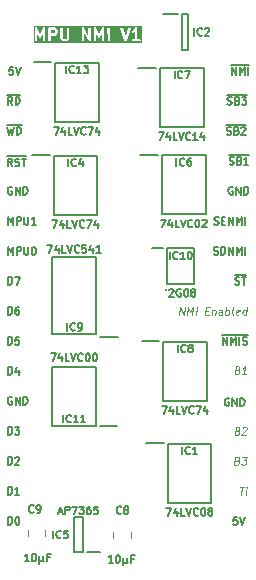
<source format=gto>
%TF.GenerationSoftware,KiCad,Pcbnew,8.0.2*%
%TF.CreationDate,2024-06-06T19:01:05+02:00*%
%TF.ProjectId,HCP65 MPU NMI,48435036-3520-44d5-9055-204e4d492e6b,V1*%
%TF.SameCoordinates,PX54c81a0PY37b6b20*%
%TF.FileFunction,Legend,Top*%
%TF.FilePolarity,Positive*%
%FSLAX46Y46*%
G04 Gerber Fmt 4.6, Leading zero omitted, Abs format (unit mm)*
G04 Created by KiCad (PCBNEW 8.0.2) date 2024-06-06 19:01:05*
%MOMM*%
%LPD*%
G01*
G04 APERTURE LIST*
%ADD10C,0.150000*%
%ADD11C,0.100000*%
%ADD12C,0.200000*%
%ADD13C,0.120000*%
G04 APERTURE END LIST*
D10*
X1822255Y349037D02*
X1519874Y349037D01*
X1519874Y349037D02*
X1489636Y46656D01*
X1489636Y46656D02*
X1519874Y76895D01*
X1519874Y76895D02*
X1580350Y107133D01*
X1580350Y107133D02*
X1731541Y107133D01*
X1731541Y107133D02*
X1792017Y76895D01*
X1792017Y76895D02*
X1822255Y46656D01*
X1822255Y46656D02*
X1852493Y-13820D01*
X1852493Y-13820D02*
X1852493Y-165010D01*
X1852493Y-165010D02*
X1822255Y-225486D01*
X1822255Y-225486D02*
X1792017Y-255725D01*
X1792017Y-255725D02*
X1731541Y-285963D01*
X1731541Y-285963D02*
X1580350Y-285963D01*
X1580350Y-285963D02*
X1519874Y-255725D01*
X1519874Y-255725D02*
X1489636Y-225486D01*
X2033922Y349037D02*
X2245588Y-285963D01*
X2245588Y-285963D02*
X2457255Y349037D01*
X1392874Y-35845963D02*
X1392874Y-35210963D01*
X1392874Y-35210963D02*
X1544064Y-35210963D01*
X1544064Y-35210963D02*
X1634779Y-35241201D01*
X1634779Y-35241201D02*
X1695255Y-35301677D01*
X1695255Y-35301677D02*
X1725493Y-35362153D01*
X1725493Y-35362153D02*
X1755731Y-35483105D01*
X1755731Y-35483105D02*
X1755731Y-35573820D01*
X1755731Y-35573820D02*
X1725493Y-35694772D01*
X1725493Y-35694772D02*
X1695255Y-35755248D01*
X1695255Y-35755248D02*
X1634779Y-35815725D01*
X1634779Y-35815725D02*
X1544064Y-35845963D01*
X1544064Y-35845963D02*
X1392874Y-35845963D01*
X2360493Y-35845963D02*
X1997636Y-35845963D01*
X2179064Y-35845963D02*
X2179064Y-35210963D01*
X2179064Y-35210963D02*
X2118588Y-35301677D01*
X2118588Y-35301677D02*
X2058112Y-35362153D01*
X2058112Y-35362153D02*
X1997636Y-35392391D01*
X20795839Y-37750963D02*
X20493458Y-37750963D01*
X20493458Y-37750963D02*
X20463220Y-38053344D01*
X20463220Y-38053344D02*
X20493458Y-38023105D01*
X20493458Y-38023105D02*
X20553934Y-37992867D01*
X20553934Y-37992867D02*
X20705125Y-37992867D01*
X20705125Y-37992867D02*
X20765601Y-38023105D01*
X20765601Y-38023105D02*
X20795839Y-38053344D01*
X20795839Y-38053344D02*
X20826077Y-38113820D01*
X20826077Y-38113820D02*
X20826077Y-38265010D01*
X20826077Y-38265010D02*
X20795839Y-38325486D01*
X20795839Y-38325486D02*
X20765601Y-38355725D01*
X20765601Y-38355725D02*
X20705125Y-38385963D01*
X20705125Y-38385963D02*
X20553934Y-38385963D01*
X20553934Y-38385963D02*
X20493458Y-38355725D01*
X20493458Y-38355725D02*
X20463220Y-38325486D01*
X21007506Y-37750963D02*
X21219172Y-38385963D01*
X21219172Y-38385963D02*
X21430839Y-37750963D01*
D11*
X15897353Y-20608563D02*
X15976728Y-19973563D01*
X15976728Y-19973563D02*
X16260210Y-20608563D01*
X16260210Y-20608563D02*
X16339585Y-19973563D01*
X16562591Y-20608563D02*
X16641966Y-19973563D01*
X16641966Y-19973563D02*
X16796936Y-20427134D01*
X16796936Y-20427134D02*
X17065300Y-19973563D01*
X17065300Y-19973563D02*
X16985925Y-20608563D01*
X17288305Y-20608563D02*
X17367680Y-19973563D01*
X18116074Y-20275944D02*
X18327740Y-20275944D01*
X18376877Y-20608563D02*
X18074496Y-20608563D01*
X18074496Y-20608563D02*
X18153871Y-19973563D01*
X18153871Y-19973563D02*
X18456252Y-19973563D01*
X18701937Y-20185229D02*
X18649020Y-20608563D01*
X18694377Y-20245705D02*
X18728395Y-20215467D01*
X18728395Y-20215467D02*
X18792651Y-20185229D01*
X18792651Y-20185229D02*
X18883365Y-20185229D01*
X18883365Y-20185229D02*
X18940062Y-20215467D01*
X18940062Y-20215467D02*
X18962740Y-20275944D01*
X18962740Y-20275944D02*
X18921163Y-20608563D01*
X19495687Y-20608563D02*
X19537264Y-20275944D01*
X19537264Y-20275944D02*
X19514586Y-20215467D01*
X19514586Y-20215467D02*
X19457889Y-20185229D01*
X19457889Y-20185229D02*
X19336937Y-20185229D01*
X19336937Y-20185229D02*
X19272681Y-20215467D01*
X19499467Y-20578325D02*
X19435211Y-20608563D01*
X19435211Y-20608563D02*
X19284020Y-20608563D01*
X19284020Y-20608563D02*
X19227324Y-20578325D01*
X19227324Y-20578325D02*
X19204645Y-20517848D01*
X19204645Y-20517848D02*
X19212205Y-20457372D01*
X19212205Y-20457372D02*
X19250003Y-20396896D01*
X19250003Y-20396896D02*
X19314259Y-20366658D01*
X19314259Y-20366658D02*
X19465449Y-20366658D01*
X19465449Y-20366658D02*
X19529705Y-20336420D01*
X19798068Y-20608563D02*
X19877443Y-19973563D01*
X19847205Y-20215467D02*
X19911461Y-20185229D01*
X19911461Y-20185229D02*
X20032413Y-20185229D01*
X20032413Y-20185229D02*
X20089110Y-20215467D01*
X20089110Y-20215467D02*
X20115568Y-20245705D01*
X20115568Y-20245705D02*
X20138247Y-20306182D01*
X20138247Y-20306182D02*
X20115568Y-20487610D01*
X20115568Y-20487610D02*
X20077771Y-20548086D01*
X20077771Y-20548086D02*
X20043753Y-20578325D01*
X20043753Y-20578325D02*
X19979497Y-20608563D01*
X19979497Y-20608563D02*
X19858544Y-20608563D01*
X19858544Y-20608563D02*
X19801848Y-20578325D01*
X20463307Y-20608563D02*
X20406610Y-20578325D01*
X20406610Y-20578325D02*
X20383932Y-20517848D01*
X20383932Y-20517848D02*
X20451967Y-19973563D01*
X20950896Y-20578325D02*
X20886640Y-20608563D01*
X20886640Y-20608563D02*
X20765687Y-20608563D01*
X20765687Y-20608563D02*
X20708991Y-20578325D01*
X20708991Y-20578325D02*
X20686312Y-20517848D01*
X20686312Y-20517848D02*
X20716551Y-20275944D01*
X20716551Y-20275944D02*
X20754348Y-20215467D01*
X20754348Y-20215467D02*
X20818604Y-20185229D01*
X20818604Y-20185229D02*
X20939556Y-20185229D01*
X20939556Y-20185229D02*
X20996253Y-20215467D01*
X20996253Y-20215467D02*
X21018931Y-20275944D01*
X21018931Y-20275944D02*
X21011372Y-20336420D01*
X21011372Y-20336420D02*
X20701431Y-20396896D01*
X21521640Y-20608563D02*
X21601015Y-19973563D01*
X21525420Y-20578325D02*
X21461164Y-20608563D01*
X21461164Y-20608563D02*
X21340212Y-20608563D01*
X21340212Y-20608563D02*
X21283515Y-20578325D01*
X21283515Y-20578325D02*
X21257057Y-20548086D01*
X21257057Y-20548086D02*
X21234378Y-20487610D01*
X21234378Y-20487610D02*
X21257057Y-20306182D01*
X21257057Y-20306182D02*
X21294854Y-20245705D01*
X21294854Y-20245705D02*
X21328872Y-20215467D01*
X21328872Y-20215467D02*
X21393128Y-20185229D01*
X21393128Y-20185229D02*
X21514081Y-20185229D01*
X21514081Y-20185229D02*
X21570777Y-20215467D01*
D10*
X20625296Y-18035725D02*
X20716010Y-18065963D01*
X20716010Y-18065963D02*
X20867201Y-18065963D01*
X20867201Y-18065963D02*
X20927677Y-18035725D01*
X20927677Y-18035725D02*
X20957915Y-18005486D01*
X20957915Y-18005486D02*
X20988153Y-17945010D01*
X20988153Y-17945010D02*
X20988153Y-17884534D01*
X20988153Y-17884534D02*
X20957915Y-17824058D01*
X20957915Y-17824058D02*
X20927677Y-17793820D01*
X20927677Y-17793820D02*
X20867201Y-17763582D01*
X20867201Y-17763582D02*
X20746248Y-17733344D01*
X20746248Y-17733344D02*
X20685772Y-17703105D01*
X20685772Y-17703105D02*
X20655534Y-17672867D01*
X20655534Y-17672867D02*
X20625296Y-17612391D01*
X20625296Y-17612391D02*
X20625296Y-17551915D01*
X20625296Y-17551915D02*
X20655534Y-17491439D01*
X20655534Y-17491439D02*
X20685772Y-17461201D01*
X20685772Y-17461201D02*
X20746248Y-17430963D01*
X20746248Y-17430963D02*
X20897439Y-17430963D01*
X20897439Y-17430963D02*
X20988153Y-17461201D01*
X21169582Y-17430963D02*
X21532439Y-17430963D01*
X21351010Y-18065963D02*
X21351010Y-17430963D01*
X20567844Y-17254675D02*
X21529416Y-17254675D01*
X20148744Y-7875725D02*
X20239458Y-7905963D01*
X20239458Y-7905963D02*
X20390649Y-7905963D01*
X20390649Y-7905963D02*
X20451125Y-7875725D01*
X20451125Y-7875725D02*
X20481363Y-7845486D01*
X20481363Y-7845486D02*
X20511601Y-7785010D01*
X20511601Y-7785010D02*
X20511601Y-7724534D01*
X20511601Y-7724534D02*
X20481363Y-7664058D01*
X20481363Y-7664058D02*
X20451125Y-7633820D01*
X20451125Y-7633820D02*
X20390649Y-7603582D01*
X20390649Y-7603582D02*
X20269696Y-7573344D01*
X20269696Y-7573344D02*
X20209220Y-7543105D01*
X20209220Y-7543105D02*
X20178982Y-7512867D01*
X20178982Y-7512867D02*
X20148744Y-7452391D01*
X20148744Y-7452391D02*
X20148744Y-7391915D01*
X20148744Y-7391915D02*
X20178982Y-7331439D01*
X20178982Y-7331439D02*
X20209220Y-7301201D01*
X20209220Y-7301201D02*
X20269696Y-7270963D01*
X20269696Y-7270963D02*
X20420887Y-7270963D01*
X20420887Y-7270963D02*
X20511601Y-7301201D01*
X20995411Y-7573344D02*
X21086125Y-7603582D01*
X21086125Y-7603582D02*
X21116363Y-7633820D01*
X21116363Y-7633820D02*
X21146601Y-7694296D01*
X21146601Y-7694296D02*
X21146601Y-7785010D01*
X21146601Y-7785010D02*
X21116363Y-7845486D01*
X21116363Y-7845486D02*
X21086125Y-7875725D01*
X21086125Y-7875725D02*
X21025649Y-7905963D01*
X21025649Y-7905963D02*
X20783744Y-7905963D01*
X20783744Y-7905963D02*
X20783744Y-7270963D01*
X20783744Y-7270963D02*
X20995411Y-7270963D01*
X20995411Y-7270963D02*
X21055887Y-7301201D01*
X21055887Y-7301201D02*
X21086125Y-7331439D01*
X21086125Y-7331439D02*
X21116363Y-7391915D01*
X21116363Y-7391915D02*
X21116363Y-7452391D01*
X21116363Y-7452391D02*
X21086125Y-7512867D01*
X21086125Y-7512867D02*
X21055887Y-7543105D01*
X21055887Y-7543105D02*
X20995411Y-7573344D01*
X20995411Y-7573344D02*
X20783744Y-7573344D01*
X21751363Y-7905963D02*
X21388506Y-7905963D01*
X21569934Y-7905963D02*
X21569934Y-7270963D01*
X21569934Y-7270963D02*
X21509458Y-7361677D01*
X21509458Y-7361677D02*
X21448982Y-7422153D01*
X21448982Y-7422153D02*
X21388506Y-7452391D01*
X20091292Y-7094675D02*
X21808816Y-7094675D01*
X1392874Y-20605963D02*
X1392874Y-19970963D01*
X1392874Y-19970963D02*
X1544064Y-19970963D01*
X1544064Y-19970963D02*
X1634779Y-20001201D01*
X1634779Y-20001201D02*
X1695255Y-20061677D01*
X1695255Y-20061677D02*
X1725493Y-20122153D01*
X1725493Y-20122153D02*
X1755731Y-20243105D01*
X1755731Y-20243105D02*
X1755731Y-20333820D01*
X1755731Y-20333820D02*
X1725493Y-20454772D01*
X1725493Y-20454772D02*
X1695255Y-20515248D01*
X1695255Y-20515248D02*
X1634779Y-20575725D01*
X1634779Y-20575725D02*
X1544064Y-20605963D01*
X1544064Y-20605963D02*
X1392874Y-20605963D01*
X2300017Y-19970963D02*
X2179064Y-19970963D01*
X2179064Y-19970963D02*
X2118588Y-20001201D01*
X2118588Y-20001201D02*
X2088350Y-20031439D01*
X2088350Y-20031439D02*
X2027874Y-20122153D01*
X2027874Y-20122153D02*
X1997636Y-20243105D01*
X1997636Y-20243105D02*
X1997636Y-20485010D01*
X1997636Y-20485010D02*
X2027874Y-20545486D01*
X2027874Y-20545486D02*
X2058112Y-20575725D01*
X2058112Y-20575725D02*
X2118588Y-20605963D01*
X2118588Y-20605963D02*
X2239541Y-20605963D01*
X2239541Y-20605963D02*
X2300017Y-20575725D01*
X2300017Y-20575725D02*
X2330255Y-20545486D01*
X2330255Y-20545486D02*
X2360493Y-20485010D01*
X2360493Y-20485010D02*
X2360493Y-20333820D01*
X2360493Y-20333820D02*
X2330255Y-20273344D01*
X2330255Y-20273344D02*
X2300017Y-20243105D01*
X2300017Y-20243105D02*
X2239541Y-20212867D01*
X2239541Y-20212867D02*
X2118588Y-20212867D01*
X2118588Y-20212867D02*
X2058112Y-20243105D01*
X2058112Y-20243105D02*
X2027874Y-20273344D01*
X2027874Y-20273344D02*
X1997636Y-20333820D01*
D11*
X20812103Y-32975944D02*
X20899038Y-33006182D01*
X20899038Y-33006182D02*
X20925496Y-33036420D01*
X20925496Y-33036420D02*
X20948175Y-33096896D01*
X20948175Y-33096896D02*
X20936835Y-33187610D01*
X20936835Y-33187610D02*
X20899038Y-33248086D01*
X20899038Y-33248086D02*
X20865020Y-33278325D01*
X20865020Y-33278325D02*
X20800764Y-33308563D01*
X20800764Y-33308563D02*
X20558859Y-33308563D01*
X20558859Y-33308563D02*
X20638234Y-32673563D01*
X20638234Y-32673563D02*
X20849901Y-32673563D01*
X20849901Y-32673563D02*
X20906597Y-32703801D01*
X20906597Y-32703801D02*
X20933056Y-32734039D01*
X20933056Y-32734039D02*
X20955734Y-32794515D01*
X20955734Y-32794515D02*
X20948175Y-32854991D01*
X20948175Y-32854991D02*
X20910377Y-32915467D01*
X20910377Y-32915467D02*
X20876359Y-32945705D01*
X20876359Y-32945705D02*
X20812103Y-32975944D01*
X20812103Y-32975944D02*
X20600437Y-32975944D01*
X21212758Y-32673563D02*
X21605853Y-32673563D01*
X21605853Y-32673563D02*
X21363949Y-32915467D01*
X21363949Y-32915467D02*
X21454663Y-32915467D01*
X21454663Y-32915467D02*
X21511359Y-32945705D01*
X21511359Y-32945705D02*
X21537818Y-32975944D01*
X21537818Y-32975944D02*
X21560496Y-33036420D01*
X21560496Y-33036420D02*
X21541597Y-33187610D01*
X21541597Y-33187610D02*
X21503800Y-33248086D01*
X21503800Y-33248086D02*
X21469782Y-33278325D01*
X21469782Y-33278325D02*
X21405526Y-33308563D01*
X21405526Y-33308563D02*
X21224097Y-33308563D01*
X21224097Y-33308563D02*
X21167401Y-33278325D01*
X21167401Y-33278325D02*
X21140943Y-33248086D01*
X20837503Y-25305144D02*
X20924438Y-25335382D01*
X20924438Y-25335382D02*
X20950896Y-25365620D01*
X20950896Y-25365620D02*
X20973575Y-25426096D01*
X20973575Y-25426096D02*
X20962235Y-25516810D01*
X20962235Y-25516810D02*
X20924438Y-25577286D01*
X20924438Y-25577286D02*
X20890420Y-25607525D01*
X20890420Y-25607525D02*
X20826164Y-25637763D01*
X20826164Y-25637763D02*
X20584259Y-25637763D01*
X20584259Y-25637763D02*
X20663634Y-25002763D01*
X20663634Y-25002763D02*
X20875301Y-25002763D01*
X20875301Y-25002763D02*
X20931997Y-25033001D01*
X20931997Y-25033001D02*
X20958456Y-25063239D01*
X20958456Y-25063239D02*
X20981134Y-25123715D01*
X20981134Y-25123715D02*
X20973575Y-25184191D01*
X20973575Y-25184191D02*
X20935777Y-25244667D01*
X20935777Y-25244667D02*
X20901759Y-25274905D01*
X20901759Y-25274905D02*
X20837503Y-25305144D01*
X20837503Y-25305144D02*
X20625837Y-25305144D01*
X21551878Y-25637763D02*
X21189021Y-25637763D01*
X21370450Y-25637763D02*
X21449825Y-25002763D01*
X21449825Y-25002763D02*
X21378009Y-25093477D01*
X21378009Y-25093477D02*
X21309974Y-25153953D01*
X21309974Y-25153953D02*
X21245718Y-25184191D01*
X21026491Y-35213563D02*
X21389348Y-35213563D01*
X21128545Y-35848563D02*
X21207920Y-35213563D01*
X21521640Y-35848563D02*
X21574557Y-35425229D01*
X21601015Y-35213563D02*
X21566997Y-35243801D01*
X21566997Y-35243801D02*
X21593456Y-35274039D01*
X21593456Y-35274039D02*
X21627474Y-35243801D01*
X21627474Y-35243801D02*
X21601015Y-35213563D01*
X21601015Y-35213563D02*
X21593456Y-35274039D01*
D10*
X20420887Y-9841201D02*
X20360411Y-9810963D01*
X20360411Y-9810963D02*
X20269697Y-9810963D01*
X20269697Y-9810963D02*
X20178982Y-9841201D01*
X20178982Y-9841201D02*
X20118506Y-9901677D01*
X20118506Y-9901677D02*
X20088268Y-9962153D01*
X20088268Y-9962153D02*
X20058030Y-10083105D01*
X20058030Y-10083105D02*
X20058030Y-10173820D01*
X20058030Y-10173820D02*
X20088268Y-10294772D01*
X20088268Y-10294772D02*
X20118506Y-10355248D01*
X20118506Y-10355248D02*
X20178982Y-10415725D01*
X20178982Y-10415725D02*
X20269697Y-10445963D01*
X20269697Y-10445963D02*
X20330173Y-10445963D01*
X20330173Y-10445963D02*
X20420887Y-10415725D01*
X20420887Y-10415725D02*
X20451125Y-10385486D01*
X20451125Y-10385486D02*
X20451125Y-10173820D01*
X20451125Y-10173820D02*
X20330173Y-10173820D01*
X20723268Y-10445963D02*
X20723268Y-9810963D01*
X20723268Y-9810963D02*
X21086125Y-10445963D01*
X21086125Y-10445963D02*
X21086125Y-9810963D01*
X21388506Y-10445963D02*
X21388506Y-9810963D01*
X21388506Y-9810963D02*
X21539696Y-9810963D01*
X21539696Y-9810963D02*
X21630411Y-9841201D01*
X21630411Y-9841201D02*
X21690887Y-9901677D01*
X21690887Y-9901677D02*
X21721125Y-9962153D01*
X21721125Y-9962153D02*
X21751363Y-10083105D01*
X21751363Y-10083105D02*
X21751363Y-10173820D01*
X21751363Y-10173820D02*
X21721125Y-10294772D01*
X21721125Y-10294772D02*
X21690887Y-10355248D01*
X21690887Y-10355248D02*
X21630411Y-10415725D01*
X21630411Y-10415725D02*
X21539696Y-10445963D01*
X21539696Y-10445963D02*
X21388506Y-10445963D01*
X1725493Y-27621201D02*
X1665017Y-27590963D01*
X1665017Y-27590963D02*
X1574303Y-27590963D01*
X1574303Y-27590963D02*
X1483588Y-27621201D01*
X1483588Y-27621201D02*
X1423112Y-27681677D01*
X1423112Y-27681677D02*
X1392874Y-27742153D01*
X1392874Y-27742153D02*
X1362636Y-27863105D01*
X1362636Y-27863105D02*
X1362636Y-27953820D01*
X1362636Y-27953820D02*
X1392874Y-28074772D01*
X1392874Y-28074772D02*
X1423112Y-28135248D01*
X1423112Y-28135248D02*
X1483588Y-28195725D01*
X1483588Y-28195725D02*
X1574303Y-28225963D01*
X1574303Y-28225963D02*
X1634779Y-28225963D01*
X1634779Y-28225963D02*
X1725493Y-28195725D01*
X1725493Y-28195725D02*
X1755731Y-28165486D01*
X1755731Y-28165486D02*
X1755731Y-27953820D01*
X1755731Y-27953820D02*
X1634779Y-27953820D01*
X2027874Y-28225963D02*
X2027874Y-27590963D01*
X2027874Y-27590963D02*
X2390731Y-28225963D01*
X2390731Y-28225963D02*
X2390731Y-27590963D01*
X2693112Y-28225963D02*
X2693112Y-27590963D01*
X2693112Y-27590963D02*
X2844302Y-27590963D01*
X2844302Y-27590963D02*
X2935017Y-27621201D01*
X2935017Y-27621201D02*
X2995493Y-27681677D01*
X2995493Y-27681677D02*
X3025731Y-27742153D01*
X3025731Y-27742153D02*
X3055969Y-27863105D01*
X3055969Y-27863105D02*
X3055969Y-27953820D01*
X3055969Y-27953820D02*
X3025731Y-28074772D01*
X3025731Y-28074772D02*
X2995493Y-28135248D01*
X2995493Y-28135248D02*
X2935017Y-28195725D01*
X2935017Y-28195725D02*
X2844302Y-28225963D01*
X2844302Y-28225963D02*
X2693112Y-28225963D01*
X1392874Y-25685963D02*
X1392874Y-25050963D01*
X1392874Y-25050963D02*
X1544064Y-25050963D01*
X1544064Y-25050963D02*
X1634779Y-25081201D01*
X1634779Y-25081201D02*
X1695255Y-25141677D01*
X1695255Y-25141677D02*
X1725493Y-25202153D01*
X1725493Y-25202153D02*
X1755731Y-25323105D01*
X1755731Y-25323105D02*
X1755731Y-25413820D01*
X1755731Y-25413820D02*
X1725493Y-25534772D01*
X1725493Y-25534772D02*
X1695255Y-25595248D01*
X1695255Y-25595248D02*
X1634779Y-25655725D01*
X1634779Y-25655725D02*
X1544064Y-25685963D01*
X1544064Y-25685963D02*
X1392874Y-25685963D01*
X2300017Y-25262629D02*
X2300017Y-25685963D01*
X2148826Y-25020725D02*
X1997636Y-25474296D01*
X1997636Y-25474296D02*
X2390731Y-25474296D01*
X1392874Y-38385963D02*
X1392874Y-37750963D01*
X1392874Y-37750963D02*
X1544064Y-37750963D01*
X1544064Y-37750963D02*
X1634779Y-37781201D01*
X1634779Y-37781201D02*
X1695255Y-37841677D01*
X1695255Y-37841677D02*
X1725493Y-37902153D01*
X1725493Y-37902153D02*
X1755731Y-38023105D01*
X1755731Y-38023105D02*
X1755731Y-38113820D01*
X1755731Y-38113820D02*
X1725493Y-38234772D01*
X1725493Y-38234772D02*
X1695255Y-38295248D01*
X1695255Y-38295248D02*
X1634779Y-38355725D01*
X1634779Y-38355725D02*
X1544064Y-38385963D01*
X1544064Y-38385963D02*
X1392874Y-38385963D01*
X2148826Y-37750963D02*
X2209303Y-37750963D01*
X2209303Y-37750963D02*
X2269779Y-37781201D01*
X2269779Y-37781201D02*
X2300017Y-37811439D01*
X2300017Y-37811439D02*
X2330255Y-37871915D01*
X2330255Y-37871915D02*
X2360493Y-37992867D01*
X2360493Y-37992867D02*
X2360493Y-38144058D01*
X2360493Y-38144058D02*
X2330255Y-38265010D01*
X2330255Y-38265010D02*
X2300017Y-38325486D01*
X2300017Y-38325486D02*
X2269779Y-38355725D01*
X2269779Y-38355725D02*
X2209303Y-38385963D01*
X2209303Y-38385963D02*
X2148826Y-38385963D01*
X2148826Y-38385963D02*
X2088350Y-38355725D01*
X2088350Y-38355725D02*
X2058112Y-38325486D01*
X2058112Y-38325486D02*
X2027874Y-38265010D01*
X2027874Y-38265010D02*
X1997636Y-38144058D01*
X1997636Y-38144058D02*
X1997636Y-37992867D01*
X1997636Y-37992867D02*
X2027874Y-37871915D01*
X2027874Y-37871915D02*
X2058112Y-37811439D01*
X2058112Y-37811439D02*
X2088350Y-37781201D01*
X2088350Y-37781201D02*
X2148826Y-37750963D01*
X18866649Y-12955725D02*
X18957363Y-12985963D01*
X18957363Y-12985963D02*
X19108554Y-12985963D01*
X19108554Y-12985963D02*
X19169030Y-12955725D01*
X19169030Y-12955725D02*
X19199268Y-12925486D01*
X19199268Y-12925486D02*
X19229506Y-12865010D01*
X19229506Y-12865010D02*
X19229506Y-12804534D01*
X19229506Y-12804534D02*
X19199268Y-12744058D01*
X19199268Y-12744058D02*
X19169030Y-12713820D01*
X19169030Y-12713820D02*
X19108554Y-12683582D01*
X19108554Y-12683582D02*
X18987601Y-12653344D01*
X18987601Y-12653344D02*
X18927125Y-12623105D01*
X18927125Y-12623105D02*
X18896887Y-12592867D01*
X18896887Y-12592867D02*
X18866649Y-12532391D01*
X18866649Y-12532391D02*
X18866649Y-12471915D01*
X18866649Y-12471915D02*
X18896887Y-12411439D01*
X18896887Y-12411439D02*
X18927125Y-12381201D01*
X18927125Y-12381201D02*
X18987601Y-12350963D01*
X18987601Y-12350963D02*
X19138792Y-12350963D01*
X19138792Y-12350963D02*
X19229506Y-12381201D01*
X19501649Y-12653344D02*
X19713316Y-12653344D01*
X19804030Y-12985963D02*
X19501649Y-12985963D01*
X19501649Y-12985963D02*
X19501649Y-12350963D01*
X19501649Y-12350963D02*
X19804030Y-12350963D01*
X20076173Y-12985963D02*
X20076173Y-12350963D01*
X20076173Y-12350963D02*
X20439030Y-12985963D01*
X20439030Y-12985963D02*
X20439030Y-12350963D01*
X20741411Y-12985963D02*
X20741411Y-12350963D01*
X20741411Y-12350963D02*
X20953078Y-12804534D01*
X20953078Y-12804534D02*
X21164744Y-12350963D01*
X21164744Y-12350963D02*
X21164744Y-12985963D01*
X21467125Y-12985963D02*
X21467125Y-12350963D01*
X1392874Y-18065963D02*
X1392874Y-17430963D01*
X1392874Y-17430963D02*
X1544064Y-17430963D01*
X1544064Y-17430963D02*
X1634779Y-17461201D01*
X1634779Y-17461201D02*
X1695255Y-17521677D01*
X1695255Y-17521677D02*
X1725493Y-17582153D01*
X1725493Y-17582153D02*
X1755731Y-17703105D01*
X1755731Y-17703105D02*
X1755731Y-17793820D01*
X1755731Y-17793820D02*
X1725493Y-17914772D01*
X1725493Y-17914772D02*
X1695255Y-17975248D01*
X1695255Y-17975248D02*
X1634779Y-18035725D01*
X1634779Y-18035725D02*
X1544064Y-18065963D01*
X1544064Y-18065963D02*
X1392874Y-18065963D01*
X1967398Y-17430963D02*
X2390731Y-17430963D01*
X2390731Y-17430963D02*
X2118588Y-18065963D01*
D11*
X20837503Y-30435944D02*
X20924438Y-30466182D01*
X20924438Y-30466182D02*
X20950896Y-30496420D01*
X20950896Y-30496420D02*
X20973575Y-30556896D01*
X20973575Y-30556896D02*
X20962235Y-30647610D01*
X20962235Y-30647610D02*
X20924438Y-30708086D01*
X20924438Y-30708086D02*
X20890420Y-30738325D01*
X20890420Y-30738325D02*
X20826164Y-30768563D01*
X20826164Y-30768563D02*
X20584259Y-30768563D01*
X20584259Y-30768563D02*
X20663634Y-30133563D01*
X20663634Y-30133563D02*
X20875301Y-30133563D01*
X20875301Y-30133563D02*
X20931997Y-30163801D01*
X20931997Y-30163801D02*
X20958456Y-30194039D01*
X20958456Y-30194039D02*
X20981134Y-30254515D01*
X20981134Y-30254515D02*
X20973575Y-30314991D01*
X20973575Y-30314991D02*
X20935777Y-30375467D01*
X20935777Y-30375467D02*
X20901759Y-30405705D01*
X20901759Y-30405705D02*
X20837503Y-30435944D01*
X20837503Y-30435944D02*
X20625837Y-30435944D01*
X21260837Y-30194039D02*
X21294854Y-30163801D01*
X21294854Y-30163801D02*
X21359110Y-30133563D01*
X21359110Y-30133563D02*
X21510301Y-30133563D01*
X21510301Y-30133563D02*
X21566997Y-30163801D01*
X21566997Y-30163801D02*
X21593456Y-30194039D01*
X21593456Y-30194039D02*
X21616134Y-30254515D01*
X21616134Y-30254515D02*
X21608575Y-30314991D01*
X21608575Y-30314991D02*
X21566997Y-30405705D01*
X21566997Y-30405705D02*
X21158783Y-30768563D01*
X21158783Y-30768563D02*
X21551878Y-30768563D01*
D10*
X1392874Y-15525963D02*
X1392874Y-14890963D01*
X1392874Y-14890963D02*
X1604541Y-15344534D01*
X1604541Y-15344534D02*
X1816207Y-14890963D01*
X1816207Y-14890963D02*
X1816207Y-15525963D01*
X2118588Y-15525963D02*
X2118588Y-14890963D01*
X2118588Y-14890963D02*
X2360493Y-14890963D01*
X2360493Y-14890963D02*
X2420969Y-14921201D01*
X2420969Y-14921201D02*
X2451207Y-14951439D01*
X2451207Y-14951439D02*
X2481445Y-15011915D01*
X2481445Y-15011915D02*
X2481445Y-15102629D01*
X2481445Y-15102629D02*
X2451207Y-15163105D01*
X2451207Y-15163105D02*
X2420969Y-15193344D01*
X2420969Y-15193344D02*
X2360493Y-15223582D01*
X2360493Y-15223582D02*
X2118588Y-15223582D01*
X2753588Y-14890963D02*
X2753588Y-15405010D01*
X2753588Y-15405010D02*
X2783826Y-15465486D01*
X2783826Y-15465486D02*
X2814064Y-15495725D01*
X2814064Y-15495725D02*
X2874540Y-15525963D01*
X2874540Y-15525963D02*
X2995493Y-15525963D01*
X2995493Y-15525963D02*
X3055969Y-15495725D01*
X3055969Y-15495725D02*
X3086207Y-15465486D01*
X3086207Y-15465486D02*
X3116445Y-15405010D01*
X3116445Y-15405010D02*
X3116445Y-14890963D01*
X3539778Y-14890963D02*
X3600255Y-14890963D01*
X3600255Y-14890963D02*
X3660731Y-14921201D01*
X3660731Y-14921201D02*
X3690969Y-14951439D01*
X3690969Y-14951439D02*
X3721207Y-15011915D01*
X3721207Y-15011915D02*
X3751445Y-15132867D01*
X3751445Y-15132867D02*
X3751445Y-15284058D01*
X3751445Y-15284058D02*
X3721207Y-15405010D01*
X3721207Y-15405010D02*
X3690969Y-15465486D01*
X3690969Y-15465486D02*
X3660731Y-15495725D01*
X3660731Y-15495725D02*
X3600255Y-15525963D01*
X3600255Y-15525963D02*
X3539778Y-15525963D01*
X3539778Y-15525963D02*
X3479302Y-15495725D01*
X3479302Y-15495725D02*
X3449064Y-15465486D01*
X3449064Y-15465486D02*
X3418826Y-15405010D01*
X3418826Y-15405010D02*
X3388588Y-15284058D01*
X3388588Y-15284058D02*
X3388588Y-15132867D01*
X3388588Y-15132867D02*
X3418826Y-15011915D01*
X3418826Y-15011915D02*
X3449064Y-14951439D01*
X3449064Y-14951439D02*
X3479302Y-14921201D01*
X3479302Y-14921201D02*
X3539778Y-14890963D01*
X1392874Y-23145963D02*
X1392874Y-22510963D01*
X1392874Y-22510963D02*
X1544064Y-22510963D01*
X1544064Y-22510963D02*
X1634779Y-22541201D01*
X1634779Y-22541201D02*
X1695255Y-22601677D01*
X1695255Y-22601677D02*
X1725493Y-22662153D01*
X1725493Y-22662153D02*
X1755731Y-22783105D01*
X1755731Y-22783105D02*
X1755731Y-22873820D01*
X1755731Y-22873820D02*
X1725493Y-22994772D01*
X1725493Y-22994772D02*
X1695255Y-23055248D01*
X1695255Y-23055248D02*
X1634779Y-23115725D01*
X1634779Y-23115725D02*
X1544064Y-23145963D01*
X1544064Y-23145963D02*
X1392874Y-23145963D01*
X2330255Y-22510963D02*
X2027874Y-22510963D01*
X2027874Y-22510963D02*
X1997636Y-22813344D01*
X1997636Y-22813344D02*
X2027874Y-22783105D01*
X2027874Y-22783105D02*
X2088350Y-22752867D01*
X2088350Y-22752867D02*
X2239541Y-22752867D01*
X2239541Y-22752867D02*
X2300017Y-22783105D01*
X2300017Y-22783105D02*
X2330255Y-22813344D01*
X2330255Y-22813344D02*
X2360493Y-22873820D01*
X2360493Y-22873820D02*
X2360493Y-23025010D01*
X2360493Y-23025010D02*
X2330255Y-23085486D01*
X2330255Y-23085486D02*
X2300017Y-23115725D01*
X2300017Y-23115725D02*
X2239541Y-23145963D01*
X2239541Y-23145963D02*
X2088350Y-23145963D01*
X2088350Y-23145963D02*
X2027874Y-23115725D01*
X2027874Y-23115725D02*
X1997636Y-23085486D01*
X1755731Y-2825963D02*
X1544064Y-2523582D01*
X1392874Y-2825963D02*
X1392874Y-2190963D01*
X1392874Y-2190963D02*
X1634779Y-2190963D01*
X1634779Y-2190963D02*
X1695255Y-2221201D01*
X1695255Y-2221201D02*
X1725493Y-2251439D01*
X1725493Y-2251439D02*
X1755731Y-2311915D01*
X1755731Y-2311915D02*
X1755731Y-2402629D01*
X1755731Y-2402629D02*
X1725493Y-2463105D01*
X1725493Y-2463105D02*
X1695255Y-2493344D01*
X1695255Y-2493344D02*
X1634779Y-2523582D01*
X1634779Y-2523582D02*
X1392874Y-2523582D01*
X2027874Y-2825963D02*
X2027874Y-2190963D01*
X2027874Y-2190963D02*
X2179064Y-2190963D01*
X2179064Y-2190963D02*
X2269779Y-2221201D01*
X2269779Y-2221201D02*
X2330255Y-2281677D01*
X2330255Y-2281677D02*
X2360493Y-2342153D01*
X2360493Y-2342153D02*
X2390731Y-2463105D01*
X2390731Y-2463105D02*
X2390731Y-2553820D01*
X2390731Y-2553820D02*
X2360493Y-2674772D01*
X2360493Y-2674772D02*
X2330255Y-2735248D01*
X2330255Y-2735248D02*
X2269779Y-2795725D01*
X2269779Y-2795725D02*
X2179064Y-2825963D01*
X2179064Y-2825963D02*
X2027874Y-2825963D01*
X1305184Y-2014675D02*
X2448184Y-2014675D01*
X19970944Y-2795725D02*
X20061658Y-2825963D01*
X20061658Y-2825963D02*
X20212849Y-2825963D01*
X20212849Y-2825963D02*
X20273325Y-2795725D01*
X20273325Y-2795725D02*
X20303563Y-2765486D01*
X20303563Y-2765486D02*
X20333801Y-2705010D01*
X20333801Y-2705010D02*
X20333801Y-2644534D01*
X20333801Y-2644534D02*
X20303563Y-2584058D01*
X20303563Y-2584058D02*
X20273325Y-2553820D01*
X20273325Y-2553820D02*
X20212849Y-2523582D01*
X20212849Y-2523582D02*
X20091896Y-2493344D01*
X20091896Y-2493344D02*
X20031420Y-2463105D01*
X20031420Y-2463105D02*
X20001182Y-2432867D01*
X20001182Y-2432867D02*
X19970944Y-2372391D01*
X19970944Y-2372391D02*
X19970944Y-2311915D01*
X19970944Y-2311915D02*
X20001182Y-2251439D01*
X20001182Y-2251439D02*
X20031420Y-2221201D01*
X20031420Y-2221201D02*
X20091896Y-2190963D01*
X20091896Y-2190963D02*
X20243087Y-2190963D01*
X20243087Y-2190963D02*
X20333801Y-2221201D01*
X20817611Y-2493344D02*
X20908325Y-2523582D01*
X20908325Y-2523582D02*
X20938563Y-2553820D01*
X20938563Y-2553820D02*
X20968801Y-2614296D01*
X20968801Y-2614296D02*
X20968801Y-2705010D01*
X20968801Y-2705010D02*
X20938563Y-2765486D01*
X20938563Y-2765486D02*
X20908325Y-2795725D01*
X20908325Y-2795725D02*
X20847849Y-2825963D01*
X20847849Y-2825963D02*
X20605944Y-2825963D01*
X20605944Y-2825963D02*
X20605944Y-2190963D01*
X20605944Y-2190963D02*
X20817611Y-2190963D01*
X20817611Y-2190963D02*
X20878087Y-2221201D01*
X20878087Y-2221201D02*
X20908325Y-2251439D01*
X20908325Y-2251439D02*
X20938563Y-2311915D01*
X20938563Y-2311915D02*
X20938563Y-2372391D01*
X20938563Y-2372391D02*
X20908325Y-2432867D01*
X20908325Y-2432867D02*
X20878087Y-2463105D01*
X20878087Y-2463105D02*
X20817611Y-2493344D01*
X20817611Y-2493344D02*
X20605944Y-2493344D01*
X21180468Y-2190963D02*
X21573563Y-2190963D01*
X21573563Y-2190963D02*
X21361896Y-2432867D01*
X21361896Y-2432867D02*
X21452611Y-2432867D01*
X21452611Y-2432867D02*
X21513087Y-2463105D01*
X21513087Y-2463105D02*
X21543325Y-2493344D01*
X21543325Y-2493344D02*
X21573563Y-2553820D01*
X21573563Y-2553820D02*
X21573563Y-2705010D01*
X21573563Y-2705010D02*
X21543325Y-2765486D01*
X21543325Y-2765486D02*
X21513087Y-2795725D01*
X21513087Y-2795725D02*
X21452611Y-2825963D01*
X21452611Y-2825963D02*
X21271182Y-2825963D01*
X21271182Y-2825963D02*
X21210706Y-2795725D01*
X21210706Y-2795725D02*
X21180468Y-2765486D01*
X19913492Y-2014675D02*
X21631016Y-2014675D01*
X19920144Y-5335725D02*
X20010858Y-5365963D01*
X20010858Y-5365963D02*
X20162049Y-5365963D01*
X20162049Y-5365963D02*
X20222525Y-5335725D01*
X20222525Y-5335725D02*
X20252763Y-5305486D01*
X20252763Y-5305486D02*
X20283001Y-5245010D01*
X20283001Y-5245010D02*
X20283001Y-5184534D01*
X20283001Y-5184534D02*
X20252763Y-5124058D01*
X20252763Y-5124058D02*
X20222525Y-5093820D01*
X20222525Y-5093820D02*
X20162049Y-5063582D01*
X20162049Y-5063582D02*
X20041096Y-5033344D01*
X20041096Y-5033344D02*
X19980620Y-5003105D01*
X19980620Y-5003105D02*
X19950382Y-4972867D01*
X19950382Y-4972867D02*
X19920144Y-4912391D01*
X19920144Y-4912391D02*
X19920144Y-4851915D01*
X19920144Y-4851915D02*
X19950382Y-4791439D01*
X19950382Y-4791439D02*
X19980620Y-4761201D01*
X19980620Y-4761201D02*
X20041096Y-4730963D01*
X20041096Y-4730963D02*
X20192287Y-4730963D01*
X20192287Y-4730963D02*
X20283001Y-4761201D01*
X20766811Y-5033344D02*
X20857525Y-5063582D01*
X20857525Y-5063582D02*
X20887763Y-5093820D01*
X20887763Y-5093820D02*
X20918001Y-5154296D01*
X20918001Y-5154296D02*
X20918001Y-5245010D01*
X20918001Y-5245010D02*
X20887763Y-5305486D01*
X20887763Y-5305486D02*
X20857525Y-5335725D01*
X20857525Y-5335725D02*
X20797049Y-5365963D01*
X20797049Y-5365963D02*
X20555144Y-5365963D01*
X20555144Y-5365963D02*
X20555144Y-4730963D01*
X20555144Y-4730963D02*
X20766811Y-4730963D01*
X20766811Y-4730963D02*
X20827287Y-4761201D01*
X20827287Y-4761201D02*
X20857525Y-4791439D01*
X20857525Y-4791439D02*
X20887763Y-4851915D01*
X20887763Y-4851915D02*
X20887763Y-4912391D01*
X20887763Y-4912391D02*
X20857525Y-4972867D01*
X20857525Y-4972867D02*
X20827287Y-5003105D01*
X20827287Y-5003105D02*
X20766811Y-5033344D01*
X20766811Y-5033344D02*
X20555144Y-5033344D01*
X21159906Y-4791439D02*
X21190144Y-4761201D01*
X21190144Y-4761201D02*
X21250620Y-4730963D01*
X21250620Y-4730963D02*
X21401811Y-4730963D01*
X21401811Y-4730963D02*
X21462287Y-4761201D01*
X21462287Y-4761201D02*
X21492525Y-4791439D01*
X21492525Y-4791439D02*
X21522763Y-4851915D01*
X21522763Y-4851915D02*
X21522763Y-4912391D01*
X21522763Y-4912391D02*
X21492525Y-5003105D01*
X21492525Y-5003105D02*
X21129668Y-5365963D01*
X21129668Y-5365963D02*
X21522763Y-5365963D01*
X19862692Y-4554675D02*
X21580216Y-4554675D01*
X1392874Y-30765963D02*
X1392874Y-30130963D01*
X1392874Y-30130963D02*
X1544064Y-30130963D01*
X1544064Y-30130963D02*
X1634779Y-30161201D01*
X1634779Y-30161201D02*
X1695255Y-30221677D01*
X1695255Y-30221677D02*
X1725493Y-30282153D01*
X1725493Y-30282153D02*
X1755731Y-30403105D01*
X1755731Y-30403105D02*
X1755731Y-30493820D01*
X1755731Y-30493820D02*
X1725493Y-30614772D01*
X1725493Y-30614772D02*
X1695255Y-30675248D01*
X1695255Y-30675248D02*
X1634779Y-30735725D01*
X1634779Y-30735725D02*
X1544064Y-30765963D01*
X1544064Y-30765963D02*
X1392874Y-30765963D01*
X1967398Y-30130963D02*
X2360493Y-30130963D01*
X2360493Y-30130963D02*
X2148826Y-30372867D01*
X2148826Y-30372867D02*
X2239541Y-30372867D01*
X2239541Y-30372867D02*
X2300017Y-30403105D01*
X2300017Y-30403105D02*
X2330255Y-30433344D01*
X2330255Y-30433344D02*
X2360493Y-30493820D01*
X2360493Y-30493820D02*
X2360493Y-30645010D01*
X2360493Y-30645010D02*
X2330255Y-30705486D01*
X2330255Y-30705486D02*
X2300017Y-30735725D01*
X2300017Y-30735725D02*
X2239541Y-30765963D01*
X2239541Y-30765963D02*
X2058112Y-30765963D01*
X2058112Y-30765963D02*
X1997636Y-30735725D01*
X1997636Y-30735725D02*
X1967398Y-30705486D01*
X1392874Y-33305963D02*
X1392874Y-32670963D01*
X1392874Y-32670963D02*
X1544064Y-32670963D01*
X1544064Y-32670963D02*
X1634779Y-32701201D01*
X1634779Y-32701201D02*
X1695255Y-32761677D01*
X1695255Y-32761677D02*
X1725493Y-32822153D01*
X1725493Y-32822153D02*
X1755731Y-32943105D01*
X1755731Y-32943105D02*
X1755731Y-33033820D01*
X1755731Y-33033820D02*
X1725493Y-33154772D01*
X1725493Y-33154772D02*
X1695255Y-33215248D01*
X1695255Y-33215248D02*
X1634779Y-33275725D01*
X1634779Y-33275725D02*
X1544064Y-33305963D01*
X1544064Y-33305963D02*
X1392874Y-33305963D01*
X1997636Y-32731439D02*
X2027874Y-32701201D01*
X2027874Y-32701201D02*
X2088350Y-32670963D01*
X2088350Y-32670963D02*
X2239541Y-32670963D01*
X2239541Y-32670963D02*
X2300017Y-32701201D01*
X2300017Y-32701201D02*
X2330255Y-32731439D01*
X2330255Y-32731439D02*
X2360493Y-32791915D01*
X2360493Y-32791915D02*
X2360493Y-32852391D01*
X2360493Y-32852391D02*
X2330255Y-32943105D01*
X2330255Y-32943105D02*
X1967398Y-33305963D01*
X1967398Y-33305963D02*
X2360493Y-33305963D01*
X1755731Y-8032963D02*
X1544064Y-7730582D01*
X1392874Y-8032963D02*
X1392874Y-7397963D01*
X1392874Y-7397963D02*
X1634779Y-7397963D01*
X1634779Y-7397963D02*
X1695255Y-7428201D01*
X1695255Y-7428201D02*
X1725493Y-7458439D01*
X1725493Y-7458439D02*
X1755731Y-7518915D01*
X1755731Y-7518915D02*
X1755731Y-7609629D01*
X1755731Y-7609629D02*
X1725493Y-7670105D01*
X1725493Y-7670105D02*
X1695255Y-7700344D01*
X1695255Y-7700344D02*
X1634779Y-7730582D01*
X1634779Y-7730582D02*
X1392874Y-7730582D01*
X1997636Y-8002725D02*
X2088350Y-8032963D01*
X2088350Y-8032963D02*
X2239541Y-8032963D01*
X2239541Y-8032963D02*
X2300017Y-8002725D01*
X2300017Y-8002725D02*
X2330255Y-7972486D01*
X2330255Y-7972486D02*
X2360493Y-7912010D01*
X2360493Y-7912010D02*
X2360493Y-7851534D01*
X2360493Y-7851534D02*
X2330255Y-7791058D01*
X2330255Y-7791058D02*
X2300017Y-7760820D01*
X2300017Y-7760820D02*
X2239541Y-7730582D01*
X2239541Y-7730582D02*
X2118588Y-7700344D01*
X2118588Y-7700344D02*
X2058112Y-7670105D01*
X2058112Y-7670105D02*
X2027874Y-7639867D01*
X2027874Y-7639867D02*
X1997636Y-7579391D01*
X1997636Y-7579391D02*
X1997636Y-7518915D01*
X1997636Y-7518915D02*
X2027874Y-7458439D01*
X2027874Y-7458439D02*
X2058112Y-7428201D01*
X2058112Y-7428201D02*
X2118588Y-7397963D01*
X2118588Y-7397963D02*
X2269779Y-7397963D01*
X2269779Y-7397963D02*
X2360493Y-7428201D01*
X2541922Y-7397963D02*
X2904779Y-7397963D01*
X2723350Y-8032963D02*
X2723350Y-7397963D01*
X1305184Y-7221675D02*
X2901756Y-7221675D01*
X20330173Y-285963D02*
X20330173Y349037D01*
X20330173Y349037D02*
X20693030Y-285963D01*
X20693030Y-285963D02*
X20693030Y349037D01*
X20995411Y-285963D02*
X20995411Y349037D01*
X20995411Y349037D02*
X21207078Y-104534D01*
X21207078Y-104534D02*
X21418744Y349037D01*
X21418744Y349037D02*
X21418744Y-285963D01*
X21721125Y-285963D02*
X21721125Y349037D01*
X20242483Y525325D02*
X21808816Y525325D01*
X1392874Y-12985963D02*
X1392874Y-12350963D01*
X1392874Y-12350963D02*
X1604541Y-12804534D01*
X1604541Y-12804534D02*
X1816207Y-12350963D01*
X1816207Y-12350963D02*
X1816207Y-12985963D01*
X2118588Y-12985963D02*
X2118588Y-12350963D01*
X2118588Y-12350963D02*
X2360493Y-12350963D01*
X2360493Y-12350963D02*
X2420969Y-12381201D01*
X2420969Y-12381201D02*
X2451207Y-12411439D01*
X2451207Y-12411439D02*
X2481445Y-12471915D01*
X2481445Y-12471915D02*
X2481445Y-12562629D01*
X2481445Y-12562629D02*
X2451207Y-12623105D01*
X2451207Y-12623105D02*
X2420969Y-12653344D01*
X2420969Y-12653344D02*
X2360493Y-12683582D01*
X2360493Y-12683582D02*
X2118588Y-12683582D01*
X2753588Y-12350963D02*
X2753588Y-12865010D01*
X2753588Y-12865010D02*
X2783826Y-12925486D01*
X2783826Y-12925486D02*
X2814064Y-12955725D01*
X2814064Y-12955725D02*
X2874540Y-12985963D01*
X2874540Y-12985963D02*
X2995493Y-12985963D01*
X2995493Y-12985963D02*
X3055969Y-12955725D01*
X3055969Y-12955725D02*
X3086207Y-12925486D01*
X3086207Y-12925486D02*
X3116445Y-12865010D01*
X3116445Y-12865010D02*
X3116445Y-12350963D01*
X3751445Y-12985963D02*
X3388588Y-12985963D01*
X3570016Y-12985963D02*
X3570016Y-12350963D01*
X3570016Y-12350963D02*
X3509540Y-12441677D01*
X3509540Y-12441677D02*
X3449064Y-12502153D01*
X3449064Y-12502153D02*
X3388588Y-12532391D01*
D12*
G36*
X5328500Y3494747D02*
G01*
X5354277Y3470085D01*
X5385394Y3410154D01*
X5386528Y3314307D01*
X5357906Y3254812D01*
X5333248Y3229039D01*
X5273605Y3198071D01*
X5012630Y3196820D01*
X5012017Y3522453D01*
X5268353Y3523683D01*
X5328500Y3494747D01*
G37*
G36*
X12741951Y2410870D02*
G01*
X3559746Y2410870D01*
X3559746Y3621981D01*
X3670857Y3621981D01*
X3672778Y2602472D01*
X3687710Y2566424D01*
X3715300Y2538834D01*
X3751348Y2523902D01*
X3790366Y2523902D01*
X3826414Y2538834D01*
X3854004Y2566424D01*
X3868936Y2602472D01*
X3870857Y2621981D01*
X3869813Y3175971D01*
X4013705Y2869533D01*
X4018684Y2855844D01*
X4021659Y2852595D01*
X4023563Y2848541D01*
X4034773Y2838275D01*
X4045035Y2827069D01*
X4049060Y2825191D01*
X4052338Y2822189D01*
X4066620Y2816996D01*
X4080393Y2810568D01*
X4084832Y2810373D01*
X4089007Y2808855D01*
X4104190Y2809523D01*
X4119373Y2808855D01*
X4123546Y2810373D01*
X4127988Y2810568D01*
X4141772Y2817001D01*
X4156042Y2822190D01*
X4159315Y2825188D01*
X4163345Y2827068D01*
X4173614Y2838283D01*
X4184817Y2848541D01*
X4188128Y2854132D01*
X4189697Y2855844D01*
X4190577Y2858266D01*
X4194808Y2865407D01*
X4338365Y3174949D01*
X4339444Y2602472D01*
X4354376Y2566424D01*
X4381966Y2538834D01*
X4418014Y2523902D01*
X4457032Y2523902D01*
X4493080Y2538834D01*
X4520670Y2566424D01*
X4535602Y2602472D01*
X4537523Y2621981D01*
X4535641Y3620716D01*
X4535697Y3621981D01*
X4813714Y3621981D01*
X4815635Y2602472D01*
X4830567Y2566424D01*
X4858157Y2538834D01*
X4894205Y2523902D01*
X4933223Y2523902D01*
X4969271Y2538834D01*
X4996861Y2566424D01*
X5011793Y2602472D01*
X5013714Y2621981D01*
X5013004Y2998649D01*
X5279253Y2999926D01*
X5282159Y2998957D01*
X5296983Y3000011D01*
X5314175Y3000093D01*
X5317495Y3001469D01*
X5321079Y3001723D01*
X5339387Y3008729D01*
X5434416Y3058070D01*
X5445461Y3062644D01*
X5449307Y3065801D01*
X5451215Y3066791D01*
X5452944Y3068786D01*
X5460615Y3075080D01*
X5508548Y3125183D01*
X5516523Y3132098D01*
X5519134Y3136248D01*
X5520670Y3137852D01*
X5521680Y3140293D01*
X5526966Y3148689D01*
X5566904Y3231707D01*
X5568289Y3233091D01*
X5572741Y3243841D01*
X5581591Y3262235D01*
X5581845Y3265819D01*
X5583221Y3269139D01*
X5585142Y3288648D01*
X5583625Y3416805D01*
X5584357Y3418998D01*
X5583448Y3431781D01*
X5583221Y3451014D01*
X5581845Y3454335D01*
X5581591Y3457918D01*
X5574585Y3476227D01*
X5525242Y3571261D01*
X5520670Y3582301D01*
X5517514Y3586147D01*
X5516523Y3588055D01*
X5514525Y3589788D01*
X5508233Y3597454D01*
X5482596Y3621981D01*
X5813714Y3621981D01*
X5815553Y2828129D01*
X5814499Y2824965D01*
X5815596Y2809521D01*
X5815635Y2792949D01*
X5817010Y2789629D01*
X5817265Y2786045D01*
X5824271Y2767737D01*
X5873608Y2672713D01*
X5878185Y2661663D01*
X5881343Y2657815D01*
X5882333Y2655909D01*
X5884327Y2654180D01*
X5890622Y2646510D01*
X5940722Y2598577D01*
X5947640Y2590600D01*
X5951789Y2587989D01*
X5953394Y2586453D01*
X5955834Y2585443D01*
X5964231Y2580157D01*
X6047248Y2540219D01*
X6048633Y2538834D01*
X6059382Y2534382D01*
X6077777Y2525532D01*
X6081360Y2525278D01*
X6084681Y2523902D01*
X6104190Y2521981D01*
X6279697Y2523587D01*
X6282159Y2522766D01*
X6295774Y2523734D01*
X6314175Y2523902D01*
X6317495Y2525278D01*
X6321079Y2525532D01*
X6339387Y2532538D01*
X6434415Y2581878D01*
X6445462Y2586453D01*
X6449308Y2589611D01*
X6451215Y2590600D01*
X6452945Y2592595D01*
X6460615Y2598890D01*
X6508548Y2648993D01*
X6516523Y2655908D01*
X6519134Y2660058D01*
X6520671Y2661663D01*
X6521682Y2664105D01*
X6526966Y2672499D01*
X6566904Y2755517D01*
X6568289Y2756901D01*
X6572741Y2767651D01*
X6581591Y2786045D01*
X6581845Y2789629D01*
X6583221Y2792949D01*
X6585142Y2812458D01*
X6583266Y3621981D01*
X7623238Y3621981D01*
X7625159Y2602472D01*
X7640091Y2566424D01*
X7667681Y2538834D01*
X7703729Y2523902D01*
X7742747Y2523902D01*
X7778795Y2538834D01*
X7806385Y2566424D01*
X7821317Y2602472D01*
X7823238Y2621981D01*
X7822057Y3248725D01*
X8206555Y2578407D01*
X8211519Y2566424D01*
X8215998Y2561945D01*
X8219189Y2556382D01*
X8229705Y2548238D01*
X8239109Y2538834D01*
X8244996Y2536396D01*
X8250038Y2532491D01*
X8262870Y2528992D01*
X8275157Y2523902D01*
X8281533Y2523902D01*
X8287682Y2522225D01*
X8300875Y2523902D01*
X8314175Y2523902D01*
X8320063Y2526342D01*
X8326388Y2527145D01*
X8337937Y2533746D01*
X8350223Y2538834D01*
X8354730Y2543342D01*
X8360265Y2546504D01*
X8368409Y2557021D01*
X8377813Y2566424D01*
X8380251Y2572312D01*
X8384156Y2577353D01*
X8387655Y2590186D01*
X8392745Y2602472D01*
X8393727Y2612450D01*
X8394422Y2614996D01*
X8394171Y2616964D01*
X8394666Y2621981D01*
X8392782Y3621981D01*
X8670857Y3621981D01*
X8672778Y2602472D01*
X8687710Y2566424D01*
X8715300Y2538834D01*
X8751348Y2523902D01*
X8790366Y2523902D01*
X8826414Y2538834D01*
X8854004Y2566424D01*
X8868936Y2602472D01*
X8870857Y2621981D01*
X8869813Y3175971D01*
X9013705Y2869533D01*
X9018684Y2855844D01*
X9021659Y2852595D01*
X9023563Y2848541D01*
X9034773Y2838275D01*
X9045035Y2827069D01*
X9049060Y2825191D01*
X9052338Y2822189D01*
X9066620Y2816996D01*
X9080393Y2810568D01*
X9084832Y2810373D01*
X9089007Y2808855D01*
X9104190Y2809523D01*
X9119373Y2808855D01*
X9123546Y2810373D01*
X9127988Y2810568D01*
X9141772Y2817001D01*
X9156042Y2822190D01*
X9159315Y2825188D01*
X9163345Y2827068D01*
X9173614Y2838283D01*
X9184817Y2848541D01*
X9188128Y2854132D01*
X9189697Y2855844D01*
X9190577Y2858266D01*
X9194808Y2865407D01*
X9338365Y3174949D01*
X9339444Y2602472D01*
X9354376Y2566424D01*
X9381966Y2538834D01*
X9418014Y2523902D01*
X9457032Y2523902D01*
X9493080Y2538834D01*
X9520670Y2566424D01*
X9535602Y2602472D01*
X9537523Y2621981D01*
X9535641Y3620716D01*
X9535697Y3621981D01*
X9813714Y3621981D01*
X9815635Y2602472D01*
X9830567Y2566424D01*
X9858157Y2538834D01*
X9894205Y2523902D01*
X9933223Y2523902D01*
X9969271Y2538834D01*
X9996861Y2566424D01*
X10011793Y2602472D01*
X10013714Y2621981D01*
X10011853Y3609474D01*
X10909737Y3609474D01*
X10914084Y3590358D01*
X11245345Y2602466D01*
X11245836Y2595568D01*
X11251369Y2584501D01*
X11255408Y2572458D01*
X11260091Y2567059D01*
X11263286Y2560669D01*
X11272757Y2552454D01*
X11280973Y2542982D01*
X11287361Y2539788D01*
X11292762Y2535104D01*
X11304663Y2531137D01*
X11315872Y2525533D01*
X11322996Y2525027D01*
X11329778Y2522766D01*
X11342287Y2523656D01*
X11354792Y2522766D01*
X11361570Y2525026D01*
X11368698Y2525532D01*
X11379914Y2531141D01*
X11391808Y2535105D01*
X11397205Y2539786D01*
X11403597Y2542982D01*
X11411815Y2552458D01*
X11421284Y2560670D01*
X11424477Y2567057D01*
X11429162Y2572458D01*
X11437153Y2590358D01*
X11688451Y3348774D01*
X11862118Y3348774D01*
X11864884Y3309854D01*
X11882333Y3274955D01*
X11911810Y3249391D01*
X11948826Y3237052D01*
X11987746Y3239818D01*
X12006054Y3246824D01*
X12101083Y3296165D01*
X12112128Y3300739D01*
X12115974Y3303896D01*
X12117882Y3304886D01*
X12119611Y3306881D01*
X12127282Y3313175D01*
X12147589Y3333996D01*
X12148745Y2720733D01*
X11941824Y2720060D01*
X11905776Y2705128D01*
X11878186Y2677538D01*
X11863254Y2641490D01*
X11863254Y2602472D01*
X11878186Y2566424D01*
X11905776Y2538834D01*
X11941824Y2523902D01*
X11961333Y2521981D01*
X12552270Y2523902D01*
X12588318Y2538834D01*
X12615908Y2566424D01*
X12630840Y2602472D01*
X12630840Y2641490D01*
X12615908Y2677538D01*
X12588318Y2705128D01*
X12552270Y2720060D01*
X12532761Y2721981D01*
X12346859Y2721377D01*
X12345180Y3612650D01*
X12347047Y3622086D01*
X12345144Y3631598D01*
X12345126Y3641490D01*
X12341336Y3650639D01*
X12339395Y3660346D01*
X12333943Y3668487D01*
X12330194Y3677538D01*
X12323194Y3684538D01*
X12317684Y3692766D01*
X12309529Y3698203D01*
X12302604Y3705128D01*
X12293460Y3708916D01*
X12285219Y3714410D01*
X12275605Y3716312D01*
X12266556Y3720060D01*
X12256655Y3720060D01*
X12246943Y3721981D01*
X12237338Y3720060D01*
X12227538Y3720060D01*
X12218389Y3716271D01*
X12208682Y3714329D01*
X12200541Y3708878D01*
X12191490Y3705128D01*
X12184490Y3698129D01*
X12176262Y3692618D01*
X12163973Y3677612D01*
X12163900Y3677538D01*
X12163886Y3677506D01*
X12163842Y3677451D01*
X12079608Y3548308D01*
X12000962Y3467677D01*
X11900021Y3415267D01*
X11874457Y3385790D01*
X11862118Y3348774D01*
X11688451Y3348774D01*
X11774833Y3609473D01*
X11772067Y3648393D01*
X11754617Y3683292D01*
X11725141Y3708857D01*
X11688125Y3721196D01*
X11649205Y3718429D01*
X11614306Y3700980D01*
X11588741Y3671504D01*
X11580750Y3653603D01*
X11342718Y2935227D01*
X11095829Y3671504D01*
X11070264Y3700980D01*
X11035365Y3718430D01*
X10996445Y3721196D01*
X10959429Y3708858D01*
X10929953Y3683293D01*
X10912503Y3648394D01*
X10909737Y3609474D01*
X10011853Y3609474D01*
X10011793Y3641490D01*
X9996861Y3677538D01*
X9969271Y3705128D01*
X9933223Y3720060D01*
X9894205Y3720060D01*
X9858157Y3705128D01*
X9830567Y3677538D01*
X9815635Y3641490D01*
X9813714Y3621981D01*
X9535697Y3621981D01*
X9536364Y3637164D01*
X9535606Y3639248D01*
X9535602Y3641490D01*
X9528961Y3657521D01*
X9523030Y3673833D01*
X9521523Y3675479D01*
X9520670Y3677538D01*
X9508408Y3689800D01*
X9496678Y3702609D01*
X9494654Y3703554D01*
X9493080Y3705128D01*
X9477064Y3711763D01*
X9461321Y3719109D01*
X9459091Y3719207D01*
X9457032Y3720060D01*
X9439680Y3720060D01*
X9422340Y3720822D01*
X9420244Y3720060D01*
X9418014Y3720060D01*
X9401983Y3713420D01*
X9385671Y3707488D01*
X9384025Y3705982D01*
X9381966Y3705128D01*
X9369698Y3692861D01*
X9356896Y3681136D01*
X9355329Y3678492D01*
X9354376Y3677538D01*
X9353472Y3675357D01*
X9346905Y3664270D01*
X9104666Y3141951D01*
X8860220Y3662531D01*
X8854004Y3677538D01*
X8852438Y3679104D01*
X8851484Y3681136D01*
X8838687Y3692855D01*
X8826414Y3705128D01*
X8824352Y3705982D01*
X8822709Y3707487D01*
X8806407Y3713416D01*
X8790366Y3720060D01*
X8788135Y3720060D01*
X8786040Y3720822D01*
X8768700Y3720060D01*
X8751348Y3720060D01*
X8749288Y3719207D01*
X8747060Y3719109D01*
X8731329Y3711768D01*
X8715300Y3705128D01*
X8713723Y3703552D01*
X8711702Y3702608D01*
X8699983Y3689812D01*
X8687710Y3677538D01*
X8686856Y3675477D01*
X8685351Y3673833D01*
X8679422Y3657532D01*
X8672778Y3641490D01*
X8672476Y3638432D01*
X8672016Y3637164D01*
X8672119Y3634805D01*
X8670857Y3621981D01*
X8392782Y3621981D01*
X8392745Y3641490D01*
X8377813Y3677538D01*
X8350223Y3705128D01*
X8314175Y3720060D01*
X8275157Y3720060D01*
X8239109Y3705128D01*
X8211519Y3677538D01*
X8196587Y3641490D01*
X8194666Y3621981D01*
X8195846Y2995238D01*
X7811348Y3665556D01*
X7806385Y3677538D01*
X7801905Y3682018D01*
X7798715Y3687580D01*
X7788200Y3695723D01*
X7778795Y3705128D01*
X7772904Y3707568D01*
X7767866Y3711470D01*
X7755037Y3714969D01*
X7742747Y3720060D01*
X7736372Y3720060D01*
X7730223Y3721737D01*
X7717030Y3720060D01*
X7703729Y3720060D01*
X7697840Y3717621D01*
X7691516Y3716817D01*
X7679966Y3710217D01*
X7667681Y3705128D01*
X7663173Y3700621D01*
X7657639Y3697458D01*
X7649496Y3686944D01*
X7640091Y3677538D01*
X7637651Y3671648D01*
X7633749Y3666609D01*
X7630250Y3653781D01*
X7625159Y3641490D01*
X7624176Y3631513D01*
X7623482Y3628966D01*
X7623732Y3626999D01*
X7623238Y3621981D01*
X6583266Y3621981D01*
X6583221Y3641490D01*
X6568289Y3677538D01*
X6540699Y3705128D01*
X6504651Y3720060D01*
X6465633Y3720060D01*
X6429585Y3705128D01*
X6401995Y3677538D01*
X6387063Y3641490D01*
X6385142Y3621981D01*
X6386956Y2839006D01*
X6357907Y2778624D01*
X6333245Y2752846D01*
X6273425Y2721787D01*
X6130096Y2720476D01*
X6070353Y2749217D01*
X6044579Y2773876D01*
X6013665Y2833418D01*
X6011793Y3641490D01*
X5996861Y3677538D01*
X5969271Y3705128D01*
X5933223Y3720060D01*
X5894205Y3720060D01*
X5858157Y3705128D01*
X5830567Y3677538D01*
X5815635Y3641490D01*
X5813714Y3621981D01*
X5482596Y3621981D01*
X5458132Y3645386D01*
X5451215Y3653362D01*
X5447065Y3655975D01*
X5445461Y3657509D01*
X5443021Y3658520D01*
X5434625Y3663805D01*
X5351607Y3703744D01*
X5350223Y3705128D01*
X5339473Y3709581D01*
X5321079Y3718430D01*
X5317495Y3718685D01*
X5314175Y3720060D01*
X5294666Y3721981D01*
X4894205Y3720060D01*
X4858157Y3705128D01*
X4830567Y3677538D01*
X4815635Y3641490D01*
X4813714Y3621981D01*
X4535697Y3621981D01*
X4536364Y3637164D01*
X4535606Y3639248D01*
X4535602Y3641490D01*
X4528961Y3657521D01*
X4523030Y3673833D01*
X4521523Y3675479D01*
X4520670Y3677538D01*
X4508408Y3689800D01*
X4496678Y3702609D01*
X4494654Y3703554D01*
X4493080Y3705128D01*
X4477064Y3711763D01*
X4461321Y3719109D01*
X4459091Y3719207D01*
X4457032Y3720060D01*
X4439680Y3720060D01*
X4422340Y3720822D01*
X4420244Y3720060D01*
X4418014Y3720060D01*
X4401983Y3713420D01*
X4385671Y3707488D01*
X4384025Y3705982D01*
X4381966Y3705128D01*
X4369698Y3692861D01*
X4356896Y3681136D01*
X4355329Y3678492D01*
X4354376Y3677538D01*
X4353472Y3675357D01*
X4346905Y3664270D01*
X4104666Y3141951D01*
X3860220Y3662531D01*
X3854004Y3677538D01*
X3852438Y3679104D01*
X3851484Y3681136D01*
X3838687Y3692855D01*
X3826414Y3705128D01*
X3824352Y3705982D01*
X3822709Y3707487D01*
X3806407Y3713416D01*
X3790366Y3720060D01*
X3788135Y3720060D01*
X3786040Y3720822D01*
X3768700Y3720060D01*
X3751348Y3720060D01*
X3749288Y3719207D01*
X3747060Y3719109D01*
X3731329Y3711768D01*
X3715300Y3705128D01*
X3713723Y3703552D01*
X3711702Y3702608D01*
X3699983Y3689812D01*
X3687710Y3677538D01*
X3686856Y3675477D01*
X3685351Y3673833D01*
X3679422Y3657532D01*
X3672778Y3641490D01*
X3672476Y3638432D01*
X3672016Y3637164D01*
X3672119Y3634805D01*
X3670857Y3621981D01*
X3559746Y3621981D01*
X3559746Y3833092D01*
X12741951Y3833092D01*
X12741951Y2410870D01*
G37*
D10*
X20090687Y-27722801D02*
X20030211Y-27692563D01*
X20030211Y-27692563D02*
X19939497Y-27692563D01*
X19939497Y-27692563D02*
X19848782Y-27722801D01*
X19848782Y-27722801D02*
X19788306Y-27783277D01*
X19788306Y-27783277D02*
X19758068Y-27843753D01*
X19758068Y-27843753D02*
X19727830Y-27964705D01*
X19727830Y-27964705D02*
X19727830Y-28055420D01*
X19727830Y-28055420D02*
X19758068Y-28176372D01*
X19758068Y-28176372D02*
X19788306Y-28236848D01*
X19788306Y-28236848D02*
X19848782Y-28297325D01*
X19848782Y-28297325D02*
X19939497Y-28327563D01*
X19939497Y-28327563D02*
X19999973Y-28327563D01*
X19999973Y-28327563D02*
X20090687Y-28297325D01*
X20090687Y-28297325D02*
X20120925Y-28267086D01*
X20120925Y-28267086D02*
X20120925Y-28055420D01*
X20120925Y-28055420D02*
X19999973Y-28055420D01*
X20393068Y-28327563D02*
X20393068Y-27692563D01*
X20393068Y-27692563D02*
X20755925Y-28327563D01*
X20755925Y-28327563D02*
X20755925Y-27692563D01*
X21058306Y-28327563D02*
X21058306Y-27692563D01*
X21058306Y-27692563D02*
X21209496Y-27692563D01*
X21209496Y-27692563D02*
X21300211Y-27722801D01*
X21300211Y-27722801D02*
X21360687Y-27783277D01*
X21360687Y-27783277D02*
X21390925Y-27843753D01*
X21390925Y-27843753D02*
X21421163Y-27964705D01*
X21421163Y-27964705D02*
X21421163Y-28055420D01*
X21421163Y-28055420D02*
X21390925Y-28176372D01*
X21390925Y-28176372D02*
X21360687Y-28236848D01*
X21360687Y-28236848D02*
X21300211Y-28297325D01*
X21300211Y-28297325D02*
X21209496Y-28327563D01*
X21209496Y-28327563D02*
X21058306Y-28327563D01*
X18806173Y-15495725D02*
X18896887Y-15525963D01*
X18896887Y-15525963D02*
X19048078Y-15525963D01*
X19048078Y-15525963D02*
X19108554Y-15495725D01*
X19108554Y-15495725D02*
X19138792Y-15465486D01*
X19138792Y-15465486D02*
X19169030Y-15405010D01*
X19169030Y-15405010D02*
X19169030Y-15344534D01*
X19169030Y-15344534D02*
X19138792Y-15284058D01*
X19138792Y-15284058D02*
X19108554Y-15253820D01*
X19108554Y-15253820D02*
X19048078Y-15223582D01*
X19048078Y-15223582D02*
X18927125Y-15193344D01*
X18927125Y-15193344D02*
X18866649Y-15163105D01*
X18866649Y-15163105D02*
X18836411Y-15132867D01*
X18836411Y-15132867D02*
X18806173Y-15072391D01*
X18806173Y-15072391D02*
X18806173Y-15011915D01*
X18806173Y-15011915D02*
X18836411Y-14951439D01*
X18836411Y-14951439D02*
X18866649Y-14921201D01*
X18866649Y-14921201D02*
X18927125Y-14890963D01*
X18927125Y-14890963D02*
X19078316Y-14890963D01*
X19078316Y-14890963D02*
X19169030Y-14921201D01*
X19441173Y-15525963D02*
X19441173Y-14890963D01*
X19441173Y-14890963D02*
X19592363Y-14890963D01*
X19592363Y-14890963D02*
X19683078Y-14921201D01*
X19683078Y-14921201D02*
X19743554Y-14981677D01*
X19743554Y-14981677D02*
X19773792Y-15042153D01*
X19773792Y-15042153D02*
X19804030Y-15163105D01*
X19804030Y-15163105D02*
X19804030Y-15253820D01*
X19804030Y-15253820D02*
X19773792Y-15374772D01*
X19773792Y-15374772D02*
X19743554Y-15435248D01*
X19743554Y-15435248D02*
X19683078Y-15495725D01*
X19683078Y-15495725D02*
X19592363Y-15525963D01*
X19592363Y-15525963D02*
X19441173Y-15525963D01*
X20076173Y-15525963D02*
X20076173Y-14890963D01*
X20076173Y-14890963D02*
X20439030Y-15525963D01*
X20439030Y-15525963D02*
X20439030Y-14890963D01*
X20741411Y-15525963D02*
X20741411Y-14890963D01*
X20741411Y-14890963D02*
X20953078Y-15344534D01*
X20953078Y-15344534D02*
X21164744Y-14890963D01*
X21164744Y-14890963D02*
X21164744Y-15525963D01*
X21467125Y-15525963D02*
X21467125Y-14890963D01*
X1332398Y-4730963D02*
X1483588Y-5365963D01*
X1483588Y-5365963D02*
X1604541Y-4912391D01*
X1604541Y-4912391D02*
X1725493Y-5365963D01*
X1725493Y-5365963D02*
X1876684Y-4730963D01*
X2118588Y-5365963D02*
X2118588Y-4730963D01*
X2118588Y-4730963D02*
X2269778Y-4730963D01*
X2269778Y-4730963D02*
X2360493Y-4761201D01*
X2360493Y-4761201D02*
X2420969Y-4821677D01*
X2420969Y-4821677D02*
X2451207Y-4882153D01*
X2451207Y-4882153D02*
X2481445Y-5003105D01*
X2481445Y-5003105D02*
X2481445Y-5093820D01*
X2481445Y-5093820D02*
X2451207Y-5214772D01*
X2451207Y-5214772D02*
X2420969Y-5275248D01*
X2420969Y-5275248D02*
X2360493Y-5335725D01*
X2360493Y-5335725D02*
X2269778Y-5365963D01*
X2269778Y-5365963D02*
X2118588Y-5365963D01*
X1305184Y-4554675D02*
X2538898Y-4554675D01*
X19598411Y-23145963D02*
X19598411Y-22510963D01*
X19598411Y-22510963D02*
X19961268Y-23145963D01*
X19961268Y-23145963D02*
X19961268Y-22510963D01*
X20263649Y-23145963D02*
X20263649Y-22510963D01*
X20263649Y-22510963D02*
X20475316Y-22964534D01*
X20475316Y-22964534D02*
X20686982Y-22510963D01*
X20686982Y-22510963D02*
X20686982Y-23145963D01*
X20989363Y-23145963D02*
X20989363Y-22510963D01*
X21261506Y-23115725D02*
X21352220Y-23145963D01*
X21352220Y-23145963D02*
X21503411Y-23145963D01*
X21503411Y-23145963D02*
X21563887Y-23115725D01*
X21563887Y-23115725D02*
X21594125Y-23085486D01*
X21594125Y-23085486D02*
X21624363Y-23025010D01*
X21624363Y-23025010D02*
X21624363Y-22964534D01*
X21624363Y-22964534D02*
X21594125Y-22904058D01*
X21594125Y-22904058D02*
X21563887Y-22873820D01*
X21563887Y-22873820D02*
X21503411Y-22843582D01*
X21503411Y-22843582D02*
X21382458Y-22813344D01*
X21382458Y-22813344D02*
X21321982Y-22783105D01*
X21321982Y-22783105D02*
X21291744Y-22752867D01*
X21291744Y-22752867D02*
X21261506Y-22692391D01*
X21261506Y-22692391D02*
X21261506Y-22631915D01*
X21261506Y-22631915D02*
X21291744Y-22571439D01*
X21291744Y-22571439D02*
X21321982Y-22541201D01*
X21321982Y-22541201D02*
X21382458Y-22510963D01*
X21382458Y-22510963D02*
X21533649Y-22510963D01*
X21533649Y-22510963D02*
X21624363Y-22541201D01*
X19510721Y-22334675D02*
X21681816Y-22334675D01*
X1725493Y-9841201D02*
X1665017Y-9810963D01*
X1665017Y-9810963D02*
X1574303Y-9810963D01*
X1574303Y-9810963D02*
X1483588Y-9841201D01*
X1483588Y-9841201D02*
X1423112Y-9901677D01*
X1423112Y-9901677D02*
X1392874Y-9962153D01*
X1392874Y-9962153D02*
X1362636Y-10083105D01*
X1362636Y-10083105D02*
X1362636Y-10173820D01*
X1362636Y-10173820D02*
X1392874Y-10294772D01*
X1392874Y-10294772D02*
X1423112Y-10355248D01*
X1423112Y-10355248D02*
X1483588Y-10415725D01*
X1483588Y-10415725D02*
X1574303Y-10445963D01*
X1574303Y-10445963D02*
X1634779Y-10445963D01*
X1634779Y-10445963D02*
X1725493Y-10415725D01*
X1725493Y-10415725D02*
X1755731Y-10385486D01*
X1755731Y-10385486D02*
X1755731Y-10173820D01*
X1755731Y-10173820D02*
X1634779Y-10173820D01*
X2027874Y-10445963D02*
X2027874Y-9810963D01*
X2027874Y-9810963D02*
X2390731Y-10445963D01*
X2390731Y-10445963D02*
X2390731Y-9810963D01*
X2693112Y-10445963D02*
X2693112Y-9810963D01*
X2693112Y-9810963D02*
X2844302Y-9810963D01*
X2844302Y-9810963D02*
X2935017Y-9841201D01*
X2935017Y-9841201D02*
X2995493Y-9901677D01*
X2995493Y-9901677D02*
X3025731Y-9962153D01*
X3025731Y-9962153D02*
X3055969Y-10083105D01*
X3055969Y-10083105D02*
X3055969Y-10173820D01*
X3055969Y-10173820D02*
X3025731Y-10294772D01*
X3025731Y-10294772D02*
X2995493Y-10355248D01*
X2995493Y-10355248D02*
X2935017Y-10415725D01*
X2935017Y-10415725D02*
X2844302Y-10445963D01*
X2844302Y-10445963D02*
X2693112Y-10445963D01*
X6492119Y-8032963D02*
X6492119Y-7397963D01*
X7157357Y-7972486D02*
X7127119Y-8002725D01*
X7127119Y-8002725D02*
X7036405Y-8032963D01*
X7036405Y-8032963D02*
X6975929Y-8032963D01*
X6975929Y-8032963D02*
X6885214Y-8002725D01*
X6885214Y-8002725D02*
X6824738Y-7942248D01*
X6824738Y-7942248D02*
X6794500Y-7881772D01*
X6794500Y-7881772D02*
X6764262Y-7760820D01*
X6764262Y-7760820D02*
X6764262Y-7670105D01*
X6764262Y-7670105D02*
X6794500Y-7549153D01*
X6794500Y-7549153D02*
X6824738Y-7488677D01*
X6824738Y-7488677D02*
X6885214Y-7428201D01*
X6885214Y-7428201D02*
X6975929Y-7397963D01*
X6975929Y-7397963D02*
X7036405Y-7397963D01*
X7036405Y-7397963D02*
X7127119Y-7428201D01*
X7127119Y-7428201D02*
X7157357Y-7458439D01*
X7701643Y-7609629D02*
X7701643Y-8032963D01*
X7550452Y-7367725D02*
X7399262Y-7821296D01*
X7399262Y-7821296D02*
X7792357Y-7821296D01*
X5146523Y-12604963D02*
X5569856Y-12604963D01*
X5569856Y-12604963D02*
X5297713Y-13239963D01*
X6083904Y-12816629D02*
X6083904Y-13239963D01*
X5932713Y-12574725D02*
X5781523Y-13028296D01*
X5781523Y-13028296D02*
X6174618Y-13028296D01*
X6718904Y-13239963D02*
X6416523Y-13239963D01*
X6416523Y-13239963D02*
X6416523Y-12604963D01*
X6839857Y-12604963D02*
X7051523Y-13239963D01*
X7051523Y-13239963D02*
X7263190Y-12604963D01*
X7837714Y-13179486D02*
X7807476Y-13209725D01*
X7807476Y-13209725D02*
X7716762Y-13239963D01*
X7716762Y-13239963D02*
X7656286Y-13239963D01*
X7656286Y-13239963D02*
X7565571Y-13209725D01*
X7565571Y-13209725D02*
X7505095Y-13149248D01*
X7505095Y-13149248D02*
X7474857Y-13088772D01*
X7474857Y-13088772D02*
X7444619Y-12967820D01*
X7444619Y-12967820D02*
X7444619Y-12877105D01*
X7444619Y-12877105D02*
X7474857Y-12756153D01*
X7474857Y-12756153D02*
X7505095Y-12695677D01*
X7505095Y-12695677D02*
X7565571Y-12635201D01*
X7565571Y-12635201D02*
X7656286Y-12604963D01*
X7656286Y-12604963D02*
X7716762Y-12604963D01*
X7716762Y-12604963D02*
X7807476Y-12635201D01*
X7807476Y-12635201D02*
X7837714Y-12665439D01*
X8049381Y-12604963D02*
X8472714Y-12604963D01*
X8472714Y-12604963D02*
X8200571Y-13239963D01*
X8986762Y-12816629D02*
X8986762Y-13239963D01*
X8835571Y-12574725D02*
X8684381Y-13028296D01*
X8684381Y-13028296D02*
X9077476Y-13028296D01*
X15763119Y-23780963D02*
X15763119Y-23145963D01*
X16428357Y-23720486D02*
X16398119Y-23750725D01*
X16398119Y-23750725D02*
X16307405Y-23780963D01*
X16307405Y-23780963D02*
X16246929Y-23780963D01*
X16246929Y-23780963D02*
X16156214Y-23750725D01*
X16156214Y-23750725D02*
X16095738Y-23690248D01*
X16095738Y-23690248D02*
X16065500Y-23629772D01*
X16065500Y-23629772D02*
X16035262Y-23508820D01*
X16035262Y-23508820D02*
X16035262Y-23418105D01*
X16035262Y-23418105D02*
X16065500Y-23297153D01*
X16065500Y-23297153D02*
X16095738Y-23236677D01*
X16095738Y-23236677D02*
X16156214Y-23176201D01*
X16156214Y-23176201D02*
X16246929Y-23145963D01*
X16246929Y-23145963D02*
X16307405Y-23145963D01*
X16307405Y-23145963D02*
X16398119Y-23176201D01*
X16398119Y-23176201D02*
X16428357Y-23206439D01*
X16791214Y-23418105D02*
X16730738Y-23387867D01*
X16730738Y-23387867D02*
X16700500Y-23357629D01*
X16700500Y-23357629D02*
X16670262Y-23297153D01*
X16670262Y-23297153D02*
X16670262Y-23266915D01*
X16670262Y-23266915D02*
X16700500Y-23206439D01*
X16700500Y-23206439D02*
X16730738Y-23176201D01*
X16730738Y-23176201D02*
X16791214Y-23145963D01*
X16791214Y-23145963D02*
X16912167Y-23145963D01*
X16912167Y-23145963D02*
X16972643Y-23176201D01*
X16972643Y-23176201D02*
X17002881Y-23206439D01*
X17002881Y-23206439D02*
X17033119Y-23266915D01*
X17033119Y-23266915D02*
X17033119Y-23297153D01*
X17033119Y-23297153D02*
X17002881Y-23357629D01*
X17002881Y-23357629D02*
X16972643Y-23387867D01*
X16972643Y-23387867D02*
X16912167Y-23418105D01*
X16912167Y-23418105D02*
X16791214Y-23418105D01*
X16791214Y-23418105D02*
X16730738Y-23448344D01*
X16730738Y-23448344D02*
X16700500Y-23478582D01*
X16700500Y-23478582D02*
X16670262Y-23539058D01*
X16670262Y-23539058D02*
X16670262Y-23660010D01*
X16670262Y-23660010D02*
X16700500Y-23720486D01*
X16700500Y-23720486D02*
X16730738Y-23750725D01*
X16730738Y-23750725D02*
X16791214Y-23780963D01*
X16791214Y-23780963D02*
X16912167Y-23780963D01*
X16912167Y-23780963D02*
X16972643Y-23750725D01*
X16972643Y-23750725D02*
X17002881Y-23720486D01*
X17002881Y-23720486D02*
X17033119Y-23660010D01*
X17033119Y-23660010D02*
X17033119Y-23539058D01*
X17033119Y-23539058D02*
X17002881Y-23478582D01*
X17002881Y-23478582D02*
X16972643Y-23448344D01*
X16972643Y-23448344D02*
X16912167Y-23418105D01*
X14417523Y-28352963D02*
X14840856Y-28352963D01*
X14840856Y-28352963D02*
X14568713Y-28987963D01*
X15354904Y-28564629D02*
X15354904Y-28987963D01*
X15203713Y-28322725D02*
X15052523Y-28776296D01*
X15052523Y-28776296D02*
X15445618Y-28776296D01*
X15989904Y-28987963D02*
X15687523Y-28987963D01*
X15687523Y-28987963D02*
X15687523Y-28352963D01*
X16110857Y-28352963D02*
X16322523Y-28987963D01*
X16322523Y-28987963D02*
X16534190Y-28352963D01*
X17108714Y-28927486D02*
X17078476Y-28957725D01*
X17078476Y-28957725D02*
X16987762Y-28987963D01*
X16987762Y-28987963D02*
X16927286Y-28987963D01*
X16927286Y-28987963D02*
X16836571Y-28957725D01*
X16836571Y-28957725D02*
X16776095Y-28897248D01*
X16776095Y-28897248D02*
X16745857Y-28836772D01*
X16745857Y-28836772D02*
X16715619Y-28715820D01*
X16715619Y-28715820D02*
X16715619Y-28625105D01*
X16715619Y-28625105D02*
X16745857Y-28504153D01*
X16745857Y-28504153D02*
X16776095Y-28443677D01*
X16776095Y-28443677D02*
X16836571Y-28383201D01*
X16836571Y-28383201D02*
X16927286Y-28352963D01*
X16927286Y-28352963D02*
X16987762Y-28352963D01*
X16987762Y-28352963D02*
X17078476Y-28383201D01*
X17078476Y-28383201D02*
X17108714Y-28413439D01*
X17320381Y-28352963D02*
X17743714Y-28352963D01*
X17743714Y-28352963D02*
X17471571Y-28987963D01*
X18257762Y-28564629D02*
X18257762Y-28987963D01*
X18106571Y-28322725D02*
X17955381Y-28776296D01*
X17955381Y-28776296D02*
X18348476Y-28776296D01*
X6062738Y-29738963D02*
X6062738Y-29103963D01*
X6727976Y-29678486D02*
X6697738Y-29708725D01*
X6697738Y-29708725D02*
X6607024Y-29738963D01*
X6607024Y-29738963D02*
X6546548Y-29738963D01*
X6546548Y-29738963D02*
X6455833Y-29708725D01*
X6455833Y-29708725D02*
X6395357Y-29648248D01*
X6395357Y-29648248D02*
X6365119Y-29587772D01*
X6365119Y-29587772D02*
X6334881Y-29466820D01*
X6334881Y-29466820D02*
X6334881Y-29376105D01*
X6334881Y-29376105D02*
X6365119Y-29255153D01*
X6365119Y-29255153D02*
X6395357Y-29194677D01*
X6395357Y-29194677D02*
X6455833Y-29134201D01*
X6455833Y-29134201D02*
X6546548Y-29103963D01*
X6546548Y-29103963D02*
X6607024Y-29103963D01*
X6607024Y-29103963D02*
X6697738Y-29134201D01*
X6697738Y-29134201D02*
X6727976Y-29164439D01*
X7332738Y-29738963D02*
X6969881Y-29738963D01*
X7151309Y-29738963D02*
X7151309Y-29103963D01*
X7151309Y-29103963D02*
X7090833Y-29194677D01*
X7090833Y-29194677D02*
X7030357Y-29255153D01*
X7030357Y-29255153D02*
X6969881Y-29285391D01*
X7937500Y-29738963D02*
X7574643Y-29738963D01*
X7756071Y-29738963D02*
X7756071Y-29103963D01*
X7756071Y-29103963D02*
X7695595Y-29194677D01*
X7695595Y-29194677D02*
X7635119Y-29255153D01*
X7635119Y-29255153D02*
X7574643Y-29285391D01*
X5019523Y-23896963D02*
X5442856Y-23896963D01*
X5442856Y-23896963D02*
X5170713Y-24531963D01*
X5956904Y-24108629D02*
X5956904Y-24531963D01*
X5805713Y-23866725D02*
X5654523Y-24320296D01*
X5654523Y-24320296D02*
X6047618Y-24320296D01*
X6591904Y-24531963D02*
X6289523Y-24531963D01*
X6289523Y-24531963D02*
X6289523Y-23896963D01*
X6712857Y-23896963D02*
X6924523Y-24531963D01*
X6924523Y-24531963D02*
X7136190Y-23896963D01*
X7710714Y-24471486D02*
X7680476Y-24501725D01*
X7680476Y-24501725D02*
X7589762Y-24531963D01*
X7589762Y-24531963D02*
X7529286Y-24531963D01*
X7529286Y-24531963D02*
X7438571Y-24501725D01*
X7438571Y-24501725D02*
X7378095Y-24441248D01*
X7378095Y-24441248D02*
X7347857Y-24380772D01*
X7347857Y-24380772D02*
X7317619Y-24259820D01*
X7317619Y-24259820D02*
X7317619Y-24169105D01*
X7317619Y-24169105D02*
X7347857Y-24048153D01*
X7347857Y-24048153D02*
X7378095Y-23987677D01*
X7378095Y-23987677D02*
X7438571Y-23927201D01*
X7438571Y-23927201D02*
X7529286Y-23896963D01*
X7529286Y-23896963D02*
X7589762Y-23896963D01*
X7589762Y-23896963D02*
X7680476Y-23927201D01*
X7680476Y-23927201D02*
X7710714Y-23957439D01*
X8103809Y-23896963D02*
X8164286Y-23896963D01*
X8164286Y-23896963D02*
X8224762Y-23927201D01*
X8224762Y-23927201D02*
X8255000Y-23957439D01*
X8255000Y-23957439D02*
X8285238Y-24017915D01*
X8285238Y-24017915D02*
X8315476Y-24138867D01*
X8315476Y-24138867D02*
X8315476Y-24290058D01*
X8315476Y-24290058D02*
X8285238Y-24411010D01*
X8285238Y-24411010D02*
X8255000Y-24471486D01*
X8255000Y-24471486D02*
X8224762Y-24501725D01*
X8224762Y-24501725D02*
X8164286Y-24531963D01*
X8164286Y-24531963D02*
X8103809Y-24531963D01*
X8103809Y-24531963D02*
X8043333Y-24501725D01*
X8043333Y-24501725D02*
X8013095Y-24471486D01*
X8013095Y-24471486D02*
X7982857Y-24411010D01*
X7982857Y-24411010D02*
X7952619Y-24290058D01*
X7952619Y-24290058D02*
X7952619Y-24138867D01*
X7952619Y-24138867D02*
X7982857Y-24017915D01*
X7982857Y-24017915D02*
X8013095Y-23957439D01*
X8013095Y-23957439D02*
X8043333Y-23927201D01*
X8043333Y-23927201D02*
X8103809Y-23896963D01*
X8708571Y-23896963D02*
X8769048Y-23896963D01*
X8769048Y-23896963D02*
X8829524Y-23927201D01*
X8829524Y-23927201D02*
X8859762Y-23957439D01*
X8859762Y-23957439D02*
X8890000Y-24017915D01*
X8890000Y-24017915D02*
X8920238Y-24138867D01*
X8920238Y-24138867D02*
X8920238Y-24290058D01*
X8920238Y-24290058D02*
X8890000Y-24411010D01*
X8890000Y-24411010D02*
X8859762Y-24471486D01*
X8859762Y-24471486D02*
X8829524Y-24501725D01*
X8829524Y-24501725D02*
X8769048Y-24531963D01*
X8769048Y-24531963D02*
X8708571Y-24531963D01*
X8708571Y-24531963D02*
X8648095Y-24501725D01*
X8648095Y-24501725D02*
X8617857Y-24471486D01*
X8617857Y-24471486D02*
X8587619Y-24411010D01*
X8587619Y-24411010D02*
X8557381Y-24290058D01*
X8557381Y-24290058D02*
X8557381Y-24138867D01*
X8557381Y-24138867D02*
X8587619Y-24017915D01*
X8587619Y-24017915D02*
X8617857Y-23957439D01*
X8617857Y-23957439D02*
X8648095Y-23927201D01*
X8648095Y-23927201D02*
X8708571Y-23896963D01*
X10970166Y-37418886D02*
X10939928Y-37449125D01*
X10939928Y-37449125D02*
X10849214Y-37479363D01*
X10849214Y-37479363D02*
X10788738Y-37479363D01*
X10788738Y-37479363D02*
X10698023Y-37449125D01*
X10698023Y-37449125D02*
X10637547Y-37388648D01*
X10637547Y-37388648D02*
X10607309Y-37328172D01*
X10607309Y-37328172D02*
X10577071Y-37207220D01*
X10577071Y-37207220D02*
X10577071Y-37116505D01*
X10577071Y-37116505D02*
X10607309Y-36995553D01*
X10607309Y-36995553D02*
X10637547Y-36935077D01*
X10637547Y-36935077D02*
X10698023Y-36874601D01*
X10698023Y-36874601D02*
X10788738Y-36844363D01*
X10788738Y-36844363D02*
X10849214Y-36844363D01*
X10849214Y-36844363D02*
X10939928Y-36874601D01*
X10939928Y-36874601D02*
X10970166Y-36904839D01*
X11333023Y-37116505D02*
X11272547Y-37086267D01*
X11272547Y-37086267D02*
X11242309Y-37056029D01*
X11242309Y-37056029D02*
X11212071Y-36995553D01*
X11212071Y-36995553D02*
X11212071Y-36965315D01*
X11212071Y-36965315D02*
X11242309Y-36904839D01*
X11242309Y-36904839D02*
X11272547Y-36874601D01*
X11272547Y-36874601D02*
X11333023Y-36844363D01*
X11333023Y-36844363D02*
X11453976Y-36844363D01*
X11453976Y-36844363D02*
X11514452Y-36874601D01*
X11514452Y-36874601D02*
X11544690Y-36904839D01*
X11544690Y-36904839D02*
X11574928Y-36965315D01*
X11574928Y-36965315D02*
X11574928Y-36995553D01*
X11574928Y-36995553D02*
X11544690Y-37056029D01*
X11544690Y-37056029D02*
X11514452Y-37086267D01*
X11514452Y-37086267D02*
X11453976Y-37116505D01*
X11453976Y-37116505D02*
X11333023Y-37116505D01*
X11333023Y-37116505D02*
X11272547Y-37146744D01*
X11272547Y-37146744D02*
X11242309Y-37176982D01*
X11242309Y-37176982D02*
X11212071Y-37237458D01*
X11212071Y-37237458D02*
X11212071Y-37358410D01*
X11212071Y-37358410D02*
X11242309Y-37418886D01*
X11242309Y-37418886D02*
X11272547Y-37449125D01*
X11272547Y-37449125D02*
X11333023Y-37479363D01*
X11333023Y-37479363D02*
X11453976Y-37479363D01*
X11453976Y-37479363D02*
X11514452Y-37449125D01*
X11514452Y-37449125D02*
X11544690Y-37418886D01*
X11544690Y-37418886D02*
X11574928Y-37358410D01*
X11574928Y-37358410D02*
X11574928Y-37237458D01*
X11574928Y-37237458D02*
X11544690Y-37176982D01*
X11544690Y-37176982D02*
X11514452Y-37146744D01*
X11514452Y-37146744D02*
X11453976Y-37116505D01*
X10267885Y-41626963D02*
X9905028Y-41626963D01*
X10086456Y-41626963D02*
X10086456Y-40991963D01*
X10086456Y-40991963D02*
X10025980Y-41082677D01*
X10025980Y-41082677D02*
X9965504Y-41143153D01*
X9965504Y-41143153D02*
X9905028Y-41173391D01*
X10660980Y-40991963D02*
X10721457Y-40991963D01*
X10721457Y-40991963D02*
X10781933Y-41022201D01*
X10781933Y-41022201D02*
X10812171Y-41052439D01*
X10812171Y-41052439D02*
X10842409Y-41112915D01*
X10842409Y-41112915D02*
X10872647Y-41233867D01*
X10872647Y-41233867D02*
X10872647Y-41385058D01*
X10872647Y-41385058D02*
X10842409Y-41506010D01*
X10842409Y-41506010D02*
X10812171Y-41566486D01*
X10812171Y-41566486D02*
X10781933Y-41596725D01*
X10781933Y-41596725D02*
X10721457Y-41626963D01*
X10721457Y-41626963D02*
X10660980Y-41626963D01*
X10660980Y-41626963D02*
X10600504Y-41596725D01*
X10600504Y-41596725D02*
X10570266Y-41566486D01*
X10570266Y-41566486D02*
X10540028Y-41506010D01*
X10540028Y-41506010D02*
X10509790Y-41385058D01*
X10509790Y-41385058D02*
X10509790Y-41233867D01*
X10509790Y-41233867D02*
X10540028Y-41112915D01*
X10540028Y-41112915D02*
X10570266Y-41052439D01*
X10570266Y-41052439D02*
X10600504Y-41022201D01*
X10600504Y-41022201D02*
X10660980Y-40991963D01*
X11144790Y-41203629D02*
X11144790Y-41838629D01*
X11447171Y-41536248D02*
X11477409Y-41596725D01*
X11477409Y-41596725D02*
X11537885Y-41626963D01*
X11144790Y-41536248D02*
X11175028Y-41596725D01*
X11175028Y-41596725D02*
X11235504Y-41626963D01*
X11235504Y-41626963D02*
X11356457Y-41626963D01*
X11356457Y-41626963D02*
X11416933Y-41596725D01*
X11416933Y-41596725D02*
X11447171Y-41536248D01*
X11447171Y-41536248D02*
X11447171Y-41203629D01*
X12021695Y-41294344D02*
X11810028Y-41294344D01*
X11810028Y-41626963D02*
X11810028Y-40991963D01*
X11810028Y-40991963D02*
X12112409Y-40991963D01*
X16144119Y-32416963D02*
X16144119Y-31781963D01*
X16809357Y-32356486D02*
X16779119Y-32386725D01*
X16779119Y-32386725D02*
X16688405Y-32416963D01*
X16688405Y-32416963D02*
X16627929Y-32416963D01*
X16627929Y-32416963D02*
X16537214Y-32386725D01*
X16537214Y-32386725D02*
X16476738Y-32326248D01*
X16476738Y-32326248D02*
X16446500Y-32265772D01*
X16446500Y-32265772D02*
X16416262Y-32144820D01*
X16416262Y-32144820D02*
X16416262Y-32054105D01*
X16416262Y-32054105D02*
X16446500Y-31933153D01*
X16446500Y-31933153D02*
X16476738Y-31872677D01*
X16476738Y-31872677D02*
X16537214Y-31812201D01*
X16537214Y-31812201D02*
X16627929Y-31781963D01*
X16627929Y-31781963D02*
X16688405Y-31781963D01*
X16688405Y-31781963D02*
X16779119Y-31812201D01*
X16779119Y-31812201D02*
X16809357Y-31842439D01*
X17414119Y-32416963D02*
X17051262Y-32416963D01*
X17232690Y-32416963D02*
X17232690Y-31781963D01*
X17232690Y-31781963D02*
X17172214Y-31872677D01*
X17172214Y-31872677D02*
X17111738Y-31933153D01*
X17111738Y-31933153D02*
X17051262Y-31963391D01*
X14798523Y-36988963D02*
X15221856Y-36988963D01*
X15221856Y-36988963D02*
X14949713Y-37623963D01*
X15735904Y-37200629D02*
X15735904Y-37623963D01*
X15584713Y-36958725D02*
X15433523Y-37412296D01*
X15433523Y-37412296D02*
X15826618Y-37412296D01*
X16370904Y-37623963D02*
X16068523Y-37623963D01*
X16068523Y-37623963D02*
X16068523Y-36988963D01*
X16491857Y-36988963D02*
X16703523Y-37623963D01*
X16703523Y-37623963D02*
X16915190Y-36988963D01*
X17489714Y-37563486D02*
X17459476Y-37593725D01*
X17459476Y-37593725D02*
X17368762Y-37623963D01*
X17368762Y-37623963D02*
X17308286Y-37623963D01*
X17308286Y-37623963D02*
X17217571Y-37593725D01*
X17217571Y-37593725D02*
X17157095Y-37533248D01*
X17157095Y-37533248D02*
X17126857Y-37472772D01*
X17126857Y-37472772D02*
X17096619Y-37351820D01*
X17096619Y-37351820D02*
X17096619Y-37261105D01*
X17096619Y-37261105D02*
X17126857Y-37140153D01*
X17126857Y-37140153D02*
X17157095Y-37079677D01*
X17157095Y-37079677D02*
X17217571Y-37019201D01*
X17217571Y-37019201D02*
X17308286Y-36988963D01*
X17308286Y-36988963D02*
X17368762Y-36988963D01*
X17368762Y-36988963D02*
X17459476Y-37019201D01*
X17459476Y-37019201D02*
X17489714Y-37049439D01*
X17882809Y-36988963D02*
X17943286Y-36988963D01*
X17943286Y-36988963D02*
X18003762Y-37019201D01*
X18003762Y-37019201D02*
X18034000Y-37049439D01*
X18034000Y-37049439D02*
X18064238Y-37109915D01*
X18064238Y-37109915D02*
X18094476Y-37230867D01*
X18094476Y-37230867D02*
X18094476Y-37382058D01*
X18094476Y-37382058D02*
X18064238Y-37503010D01*
X18064238Y-37503010D02*
X18034000Y-37563486D01*
X18034000Y-37563486D02*
X18003762Y-37593725D01*
X18003762Y-37593725D02*
X17943286Y-37623963D01*
X17943286Y-37623963D02*
X17882809Y-37623963D01*
X17882809Y-37623963D02*
X17822333Y-37593725D01*
X17822333Y-37593725D02*
X17792095Y-37563486D01*
X17792095Y-37563486D02*
X17761857Y-37503010D01*
X17761857Y-37503010D02*
X17731619Y-37382058D01*
X17731619Y-37382058D02*
X17731619Y-37230867D01*
X17731619Y-37230867D02*
X17761857Y-37109915D01*
X17761857Y-37109915D02*
X17792095Y-37049439D01*
X17792095Y-37049439D02*
X17822333Y-37019201D01*
X17822333Y-37019201D02*
X17882809Y-36988963D01*
X18457333Y-37261105D02*
X18396857Y-37230867D01*
X18396857Y-37230867D02*
X18366619Y-37200629D01*
X18366619Y-37200629D02*
X18336381Y-37140153D01*
X18336381Y-37140153D02*
X18336381Y-37109915D01*
X18336381Y-37109915D02*
X18366619Y-37049439D01*
X18366619Y-37049439D02*
X18396857Y-37019201D01*
X18396857Y-37019201D02*
X18457333Y-36988963D01*
X18457333Y-36988963D02*
X18578286Y-36988963D01*
X18578286Y-36988963D02*
X18638762Y-37019201D01*
X18638762Y-37019201D02*
X18669000Y-37049439D01*
X18669000Y-37049439D02*
X18699238Y-37109915D01*
X18699238Y-37109915D02*
X18699238Y-37140153D01*
X18699238Y-37140153D02*
X18669000Y-37200629D01*
X18669000Y-37200629D02*
X18638762Y-37230867D01*
X18638762Y-37230867D02*
X18578286Y-37261105D01*
X18578286Y-37261105D02*
X18457333Y-37261105D01*
X18457333Y-37261105D02*
X18396857Y-37291344D01*
X18396857Y-37291344D02*
X18366619Y-37321582D01*
X18366619Y-37321582D02*
X18336381Y-37382058D01*
X18336381Y-37382058D02*
X18336381Y-37503010D01*
X18336381Y-37503010D02*
X18366619Y-37563486D01*
X18366619Y-37563486D02*
X18396857Y-37593725D01*
X18396857Y-37593725D02*
X18457333Y-37623963D01*
X18457333Y-37623963D02*
X18578286Y-37623963D01*
X18578286Y-37623963D02*
X18638762Y-37593725D01*
X18638762Y-37593725D02*
X18669000Y-37563486D01*
X18669000Y-37563486D02*
X18699238Y-37503010D01*
X18699238Y-37503010D02*
X18699238Y-37382058D01*
X18699238Y-37382058D02*
X18669000Y-37321582D01*
X18669000Y-37321582D02*
X18638762Y-37291344D01*
X18638762Y-37291344D02*
X18578286Y-37261105D01*
X15079738Y-15906963D02*
X15079738Y-15271963D01*
X15744976Y-15846486D02*
X15714738Y-15876725D01*
X15714738Y-15876725D02*
X15624024Y-15906963D01*
X15624024Y-15906963D02*
X15563548Y-15906963D01*
X15563548Y-15906963D02*
X15472833Y-15876725D01*
X15472833Y-15876725D02*
X15412357Y-15816248D01*
X15412357Y-15816248D02*
X15382119Y-15755772D01*
X15382119Y-15755772D02*
X15351881Y-15634820D01*
X15351881Y-15634820D02*
X15351881Y-15544105D01*
X15351881Y-15544105D02*
X15382119Y-15423153D01*
X15382119Y-15423153D02*
X15412357Y-15362677D01*
X15412357Y-15362677D02*
X15472833Y-15302201D01*
X15472833Y-15302201D02*
X15563548Y-15271963D01*
X15563548Y-15271963D02*
X15624024Y-15271963D01*
X15624024Y-15271963D02*
X15714738Y-15302201D01*
X15714738Y-15302201D02*
X15744976Y-15332439D01*
X16349738Y-15906963D02*
X15986881Y-15906963D01*
X16168309Y-15906963D02*
X16168309Y-15271963D01*
X16168309Y-15271963D02*
X16107833Y-15362677D01*
X16107833Y-15362677D02*
X16047357Y-15423153D01*
X16047357Y-15423153D02*
X15986881Y-15453391D01*
X16742833Y-15271963D02*
X16803310Y-15271963D01*
X16803310Y-15271963D02*
X16863786Y-15302201D01*
X16863786Y-15302201D02*
X16894024Y-15332439D01*
X16894024Y-15332439D02*
X16924262Y-15392915D01*
X16924262Y-15392915D02*
X16954500Y-15513867D01*
X16954500Y-15513867D02*
X16954500Y-15665058D01*
X16954500Y-15665058D02*
X16924262Y-15786010D01*
X16924262Y-15786010D02*
X16894024Y-15846486D01*
X16894024Y-15846486D02*
X16863786Y-15876725D01*
X16863786Y-15876725D02*
X16803310Y-15906963D01*
X16803310Y-15906963D02*
X16742833Y-15906963D01*
X16742833Y-15906963D02*
X16682357Y-15876725D01*
X16682357Y-15876725D02*
X16652119Y-15846486D01*
X16652119Y-15846486D02*
X16621881Y-15786010D01*
X16621881Y-15786010D02*
X16591643Y-15665058D01*
X16591643Y-15665058D02*
X16591643Y-15513867D01*
X16591643Y-15513867D02*
X16621881Y-15392915D01*
X16621881Y-15392915D02*
X16652119Y-15332439D01*
X16652119Y-15332439D02*
X16682357Y-15302201D01*
X16682357Y-15302201D02*
X16742833Y-15271963D01*
X14807595Y-18446963D02*
X14747119Y-18567915D01*
X15049500Y-18507439D02*
X15079738Y-18477201D01*
X15079738Y-18477201D02*
X15140214Y-18446963D01*
X15140214Y-18446963D02*
X15291405Y-18446963D01*
X15291405Y-18446963D02*
X15351881Y-18477201D01*
X15351881Y-18477201D02*
X15382119Y-18507439D01*
X15382119Y-18507439D02*
X15412357Y-18567915D01*
X15412357Y-18567915D02*
X15412357Y-18628391D01*
X15412357Y-18628391D02*
X15382119Y-18719105D01*
X15382119Y-18719105D02*
X15019262Y-19081963D01*
X15019262Y-19081963D02*
X15412357Y-19081963D01*
X16017119Y-18477201D02*
X15956643Y-18446963D01*
X15956643Y-18446963D02*
X15865929Y-18446963D01*
X15865929Y-18446963D02*
X15775214Y-18477201D01*
X15775214Y-18477201D02*
X15714738Y-18537677D01*
X15714738Y-18537677D02*
X15684500Y-18598153D01*
X15684500Y-18598153D02*
X15654262Y-18719105D01*
X15654262Y-18719105D02*
X15654262Y-18809820D01*
X15654262Y-18809820D02*
X15684500Y-18930772D01*
X15684500Y-18930772D02*
X15714738Y-18991248D01*
X15714738Y-18991248D02*
X15775214Y-19051725D01*
X15775214Y-19051725D02*
X15865929Y-19081963D01*
X15865929Y-19081963D02*
X15926405Y-19081963D01*
X15926405Y-19081963D02*
X16017119Y-19051725D01*
X16017119Y-19051725D02*
X16047357Y-19021486D01*
X16047357Y-19021486D02*
X16047357Y-18809820D01*
X16047357Y-18809820D02*
X15926405Y-18809820D01*
X16440452Y-18446963D02*
X16500929Y-18446963D01*
X16500929Y-18446963D02*
X16561405Y-18477201D01*
X16561405Y-18477201D02*
X16591643Y-18507439D01*
X16591643Y-18507439D02*
X16621881Y-18567915D01*
X16621881Y-18567915D02*
X16652119Y-18688867D01*
X16652119Y-18688867D02*
X16652119Y-18840058D01*
X16652119Y-18840058D02*
X16621881Y-18961010D01*
X16621881Y-18961010D02*
X16591643Y-19021486D01*
X16591643Y-19021486D02*
X16561405Y-19051725D01*
X16561405Y-19051725D02*
X16500929Y-19081963D01*
X16500929Y-19081963D02*
X16440452Y-19081963D01*
X16440452Y-19081963D02*
X16379976Y-19051725D01*
X16379976Y-19051725D02*
X16349738Y-19021486D01*
X16349738Y-19021486D02*
X16319500Y-18961010D01*
X16319500Y-18961010D02*
X16289262Y-18840058D01*
X16289262Y-18840058D02*
X16289262Y-18688867D01*
X16289262Y-18688867D02*
X16319500Y-18567915D01*
X16319500Y-18567915D02*
X16349738Y-18507439D01*
X16349738Y-18507439D02*
X16379976Y-18477201D01*
X16379976Y-18477201D02*
X16440452Y-18446963D01*
X17014976Y-18719105D02*
X16954500Y-18688867D01*
X16954500Y-18688867D02*
X16924262Y-18658629D01*
X16924262Y-18658629D02*
X16894024Y-18598153D01*
X16894024Y-18598153D02*
X16894024Y-18567915D01*
X16894024Y-18567915D02*
X16924262Y-18507439D01*
X16924262Y-18507439D02*
X16954500Y-18477201D01*
X16954500Y-18477201D02*
X17014976Y-18446963D01*
X17014976Y-18446963D02*
X17135929Y-18446963D01*
X17135929Y-18446963D02*
X17196405Y-18477201D01*
X17196405Y-18477201D02*
X17226643Y-18507439D01*
X17226643Y-18507439D02*
X17256881Y-18567915D01*
X17256881Y-18567915D02*
X17256881Y-18598153D01*
X17256881Y-18598153D02*
X17226643Y-18658629D01*
X17226643Y-18658629D02*
X17196405Y-18688867D01*
X17196405Y-18688867D02*
X17135929Y-18719105D01*
X17135929Y-18719105D02*
X17014976Y-18719105D01*
X17014976Y-18719105D02*
X16954500Y-18749344D01*
X16954500Y-18749344D02*
X16924262Y-18779582D01*
X16924262Y-18779582D02*
X16894024Y-18840058D01*
X16894024Y-18840058D02*
X16894024Y-18961010D01*
X16894024Y-18961010D02*
X16924262Y-19021486D01*
X16924262Y-19021486D02*
X16954500Y-19051725D01*
X16954500Y-19051725D02*
X17014976Y-19081963D01*
X17014976Y-19081963D02*
X17135929Y-19081963D01*
X17135929Y-19081963D02*
X17196405Y-19051725D01*
X17196405Y-19051725D02*
X17226643Y-19021486D01*
X17226643Y-19021486D02*
X17256881Y-18961010D01*
X17256881Y-18961010D02*
X17256881Y-18840058D01*
X17256881Y-18840058D02*
X17226643Y-18779582D01*
X17226643Y-18779582D02*
X17196405Y-18749344D01*
X17196405Y-18749344D02*
X17135929Y-18719105D01*
X3551766Y-37309486D02*
X3521528Y-37339725D01*
X3521528Y-37339725D02*
X3430814Y-37369963D01*
X3430814Y-37369963D02*
X3370338Y-37369963D01*
X3370338Y-37369963D02*
X3279623Y-37339725D01*
X3279623Y-37339725D02*
X3219147Y-37279248D01*
X3219147Y-37279248D02*
X3188909Y-37218772D01*
X3188909Y-37218772D02*
X3158671Y-37097820D01*
X3158671Y-37097820D02*
X3158671Y-37007105D01*
X3158671Y-37007105D02*
X3188909Y-36886153D01*
X3188909Y-36886153D02*
X3219147Y-36825677D01*
X3219147Y-36825677D02*
X3279623Y-36765201D01*
X3279623Y-36765201D02*
X3370338Y-36734963D01*
X3370338Y-36734963D02*
X3430814Y-36734963D01*
X3430814Y-36734963D02*
X3521528Y-36765201D01*
X3521528Y-36765201D02*
X3551766Y-36795439D01*
X3854147Y-37369963D02*
X3975099Y-37369963D01*
X3975099Y-37369963D02*
X4035576Y-37339725D01*
X4035576Y-37339725D02*
X4065814Y-37309486D01*
X4065814Y-37309486D02*
X4126290Y-37218772D01*
X4126290Y-37218772D02*
X4156528Y-37097820D01*
X4156528Y-37097820D02*
X4156528Y-36855915D01*
X4156528Y-36855915D02*
X4126290Y-36795439D01*
X4126290Y-36795439D02*
X4096052Y-36765201D01*
X4096052Y-36765201D02*
X4035576Y-36734963D01*
X4035576Y-36734963D02*
X3914623Y-36734963D01*
X3914623Y-36734963D02*
X3854147Y-36765201D01*
X3854147Y-36765201D02*
X3823909Y-36795439D01*
X3823909Y-36795439D02*
X3793671Y-36855915D01*
X3793671Y-36855915D02*
X3793671Y-37007105D01*
X3793671Y-37007105D02*
X3823909Y-37067582D01*
X3823909Y-37067582D02*
X3854147Y-37097820D01*
X3854147Y-37097820D02*
X3914623Y-37128058D01*
X3914623Y-37128058D02*
X4035576Y-37128058D01*
X4035576Y-37128058D02*
X4096052Y-37097820D01*
X4096052Y-37097820D02*
X4126290Y-37067582D01*
X4126290Y-37067582D02*
X4156528Y-37007105D01*
X3155885Y-41499963D02*
X2793028Y-41499963D01*
X2974456Y-41499963D02*
X2974456Y-40864963D01*
X2974456Y-40864963D02*
X2913980Y-40955677D01*
X2913980Y-40955677D02*
X2853504Y-41016153D01*
X2853504Y-41016153D02*
X2793028Y-41046391D01*
X3548980Y-40864963D02*
X3609457Y-40864963D01*
X3609457Y-40864963D02*
X3669933Y-40895201D01*
X3669933Y-40895201D02*
X3700171Y-40925439D01*
X3700171Y-40925439D02*
X3730409Y-40985915D01*
X3730409Y-40985915D02*
X3760647Y-41106867D01*
X3760647Y-41106867D02*
X3760647Y-41258058D01*
X3760647Y-41258058D02*
X3730409Y-41379010D01*
X3730409Y-41379010D02*
X3700171Y-41439486D01*
X3700171Y-41439486D02*
X3669933Y-41469725D01*
X3669933Y-41469725D02*
X3609457Y-41499963D01*
X3609457Y-41499963D02*
X3548980Y-41499963D01*
X3548980Y-41499963D02*
X3488504Y-41469725D01*
X3488504Y-41469725D02*
X3458266Y-41439486D01*
X3458266Y-41439486D02*
X3428028Y-41379010D01*
X3428028Y-41379010D02*
X3397790Y-41258058D01*
X3397790Y-41258058D02*
X3397790Y-41106867D01*
X3397790Y-41106867D02*
X3428028Y-40985915D01*
X3428028Y-40985915D02*
X3458266Y-40925439D01*
X3458266Y-40925439D02*
X3488504Y-40895201D01*
X3488504Y-40895201D02*
X3548980Y-40864963D01*
X4032790Y-41076629D02*
X4032790Y-41711629D01*
X4335171Y-41409248D02*
X4365409Y-41469725D01*
X4365409Y-41469725D02*
X4425885Y-41499963D01*
X4032790Y-41409248D02*
X4063028Y-41469725D01*
X4063028Y-41469725D02*
X4123504Y-41499963D01*
X4123504Y-41499963D02*
X4244457Y-41499963D01*
X4244457Y-41499963D02*
X4304933Y-41469725D01*
X4304933Y-41469725D02*
X4335171Y-41409248D01*
X4335171Y-41409248D02*
X4335171Y-41076629D01*
X4909695Y-41167344D02*
X4698028Y-41167344D01*
X4698028Y-41499963D02*
X4698028Y-40864963D01*
X4698028Y-40864963D02*
X5000409Y-40864963D01*
X5196719Y-39528963D02*
X5196719Y-38893963D01*
X5861957Y-39468486D02*
X5831719Y-39498725D01*
X5831719Y-39498725D02*
X5741005Y-39528963D01*
X5741005Y-39528963D02*
X5680529Y-39528963D01*
X5680529Y-39528963D02*
X5589814Y-39498725D01*
X5589814Y-39498725D02*
X5529338Y-39438248D01*
X5529338Y-39438248D02*
X5499100Y-39377772D01*
X5499100Y-39377772D02*
X5468862Y-39256820D01*
X5468862Y-39256820D02*
X5468862Y-39166105D01*
X5468862Y-39166105D02*
X5499100Y-39045153D01*
X5499100Y-39045153D02*
X5529338Y-38984677D01*
X5529338Y-38984677D02*
X5589814Y-38924201D01*
X5589814Y-38924201D02*
X5680529Y-38893963D01*
X5680529Y-38893963D02*
X5741005Y-38893963D01*
X5741005Y-38893963D02*
X5831719Y-38924201D01*
X5831719Y-38924201D02*
X5861957Y-38954439D01*
X6436481Y-38893963D02*
X6134100Y-38893963D01*
X6134100Y-38893963D02*
X6103862Y-39196344D01*
X6103862Y-39196344D02*
X6134100Y-39166105D01*
X6134100Y-39166105D02*
X6194576Y-39135867D01*
X6194576Y-39135867D02*
X6345767Y-39135867D01*
X6345767Y-39135867D02*
X6406243Y-39166105D01*
X6406243Y-39166105D02*
X6436481Y-39196344D01*
X6436481Y-39196344D02*
X6466719Y-39256820D01*
X6466719Y-39256820D02*
X6466719Y-39408010D01*
X6466719Y-39408010D02*
X6436481Y-39468486D01*
X6436481Y-39468486D02*
X6406243Y-39498725D01*
X6406243Y-39498725D02*
X6345767Y-39528963D01*
X6345767Y-39528963D02*
X6194576Y-39528963D01*
X6194576Y-39528963D02*
X6134100Y-39498725D01*
X6134100Y-39498725D02*
X6103862Y-39468486D01*
X5662385Y-37315534D02*
X5964766Y-37315534D01*
X5601909Y-37496963D02*
X5813575Y-36861963D01*
X5813575Y-36861963D02*
X6025242Y-37496963D01*
X6236909Y-37496963D02*
X6236909Y-36861963D01*
X6236909Y-36861963D02*
X6478814Y-36861963D01*
X6478814Y-36861963D02*
X6539290Y-36892201D01*
X6539290Y-36892201D02*
X6569528Y-36922439D01*
X6569528Y-36922439D02*
X6599766Y-36982915D01*
X6599766Y-36982915D02*
X6599766Y-37073629D01*
X6599766Y-37073629D02*
X6569528Y-37134105D01*
X6569528Y-37134105D02*
X6539290Y-37164344D01*
X6539290Y-37164344D02*
X6478814Y-37194582D01*
X6478814Y-37194582D02*
X6236909Y-37194582D01*
X6811433Y-36861963D02*
X7234766Y-36861963D01*
X7234766Y-36861963D02*
X6962623Y-37496963D01*
X7416195Y-36861963D02*
X7809290Y-36861963D01*
X7809290Y-36861963D02*
X7597623Y-37103867D01*
X7597623Y-37103867D02*
X7688338Y-37103867D01*
X7688338Y-37103867D02*
X7748814Y-37134105D01*
X7748814Y-37134105D02*
X7779052Y-37164344D01*
X7779052Y-37164344D02*
X7809290Y-37224820D01*
X7809290Y-37224820D02*
X7809290Y-37376010D01*
X7809290Y-37376010D02*
X7779052Y-37436486D01*
X7779052Y-37436486D02*
X7748814Y-37466725D01*
X7748814Y-37466725D02*
X7688338Y-37496963D01*
X7688338Y-37496963D02*
X7506909Y-37496963D01*
X7506909Y-37496963D02*
X7446433Y-37466725D01*
X7446433Y-37466725D02*
X7416195Y-37436486D01*
X8353576Y-36861963D02*
X8232623Y-36861963D01*
X8232623Y-36861963D02*
X8172147Y-36892201D01*
X8172147Y-36892201D02*
X8141909Y-36922439D01*
X8141909Y-36922439D02*
X8081433Y-37013153D01*
X8081433Y-37013153D02*
X8051195Y-37134105D01*
X8051195Y-37134105D02*
X8051195Y-37376010D01*
X8051195Y-37376010D02*
X8081433Y-37436486D01*
X8081433Y-37436486D02*
X8111671Y-37466725D01*
X8111671Y-37466725D02*
X8172147Y-37496963D01*
X8172147Y-37496963D02*
X8293100Y-37496963D01*
X8293100Y-37496963D02*
X8353576Y-37466725D01*
X8353576Y-37466725D02*
X8383814Y-37436486D01*
X8383814Y-37436486D02*
X8414052Y-37376010D01*
X8414052Y-37376010D02*
X8414052Y-37224820D01*
X8414052Y-37224820D02*
X8383814Y-37164344D01*
X8383814Y-37164344D02*
X8353576Y-37134105D01*
X8353576Y-37134105D02*
X8293100Y-37103867D01*
X8293100Y-37103867D02*
X8172147Y-37103867D01*
X8172147Y-37103867D02*
X8111671Y-37134105D01*
X8111671Y-37134105D02*
X8081433Y-37164344D01*
X8081433Y-37164344D02*
X8051195Y-37224820D01*
X8988576Y-36861963D02*
X8686195Y-36861963D01*
X8686195Y-36861963D02*
X8655957Y-37164344D01*
X8655957Y-37164344D02*
X8686195Y-37134105D01*
X8686195Y-37134105D02*
X8746671Y-37103867D01*
X8746671Y-37103867D02*
X8897862Y-37103867D01*
X8897862Y-37103867D02*
X8958338Y-37134105D01*
X8958338Y-37134105D02*
X8988576Y-37164344D01*
X8988576Y-37164344D02*
X9018814Y-37224820D01*
X9018814Y-37224820D02*
X9018814Y-37376010D01*
X9018814Y-37376010D02*
X8988576Y-37436486D01*
X8988576Y-37436486D02*
X8958338Y-37466725D01*
X8958338Y-37466725D02*
X8897862Y-37496963D01*
X8897862Y-37496963D02*
X8746671Y-37496963D01*
X8746671Y-37496963D02*
X8686195Y-37466725D01*
X8686195Y-37466725D02*
X8655957Y-37436486D01*
X17160119Y3016037D02*
X17160119Y3651037D01*
X17825357Y3076514D02*
X17795119Y3046275D01*
X17795119Y3046275D02*
X17704405Y3016037D01*
X17704405Y3016037D02*
X17643929Y3016037D01*
X17643929Y3016037D02*
X17553214Y3046275D01*
X17553214Y3046275D02*
X17492738Y3106752D01*
X17492738Y3106752D02*
X17462500Y3167228D01*
X17462500Y3167228D02*
X17432262Y3288180D01*
X17432262Y3288180D02*
X17432262Y3378895D01*
X17432262Y3378895D02*
X17462500Y3499847D01*
X17462500Y3499847D02*
X17492738Y3560323D01*
X17492738Y3560323D02*
X17553214Y3620799D01*
X17553214Y3620799D02*
X17643929Y3651037D01*
X17643929Y3651037D02*
X17704405Y3651037D01*
X17704405Y3651037D02*
X17795119Y3620799D01*
X17795119Y3620799D02*
X17825357Y3590561D01*
X18067262Y3590561D02*
X18097500Y3620799D01*
X18097500Y3620799D02*
X18157976Y3651037D01*
X18157976Y3651037D02*
X18309167Y3651037D01*
X18309167Y3651037D02*
X18369643Y3620799D01*
X18369643Y3620799D02*
X18399881Y3590561D01*
X18399881Y3590561D02*
X18430119Y3530085D01*
X18430119Y3530085D02*
X18430119Y3469609D01*
X18430119Y3469609D02*
X18399881Y3378895D01*
X18399881Y3378895D02*
X18037024Y3016037D01*
X18037024Y3016037D02*
X18430119Y3016037D01*
X6382119Y-21961963D02*
X6382119Y-21326963D01*
X7047357Y-21901486D02*
X7017119Y-21931725D01*
X7017119Y-21931725D02*
X6926405Y-21961963D01*
X6926405Y-21961963D02*
X6865929Y-21961963D01*
X6865929Y-21961963D02*
X6775214Y-21931725D01*
X6775214Y-21931725D02*
X6714738Y-21871248D01*
X6714738Y-21871248D02*
X6684500Y-21810772D01*
X6684500Y-21810772D02*
X6654262Y-21689820D01*
X6654262Y-21689820D02*
X6654262Y-21599105D01*
X6654262Y-21599105D02*
X6684500Y-21478153D01*
X6684500Y-21478153D02*
X6714738Y-21417677D01*
X6714738Y-21417677D02*
X6775214Y-21357201D01*
X6775214Y-21357201D02*
X6865929Y-21326963D01*
X6865929Y-21326963D02*
X6926405Y-21326963D01*
X6926405Y-21326963D02*
X7017119Y-21357201D01*
X7017119Y-21357201D02*
X7047357Y-21387439D01*
X7349738Y-21961963D02*
X7470690Y-21961963D01*
X7470690Y-21961963D02*
X7531167Y-21931725D01*
X7531167Y-21931725D02*
X7561405Y-21901486D01*
X7561405Y-21901486D02*
X7621881Y-21810772D01*
X7621881Y-21810772D02*
X7652119Y-21689820D01*
X7652119Y-21689820D02*
X7652119Y-21447915D01*
X7652119Y-21447915D02*
X7621881Y-21387439D01*
X7621881Y-21387439D02*
X7591643Y-21357201D01*
X7591643Y-21357201D02*
X7531167Y-21326963D01*
X7531167Y-21326963D02*
X7410214Y-21326963D01*
X7410214Y-21326963D02*
X7349738Y-21357201D01*
X7349738Y-21357201D02*
X7319500Y-21387439D01*
X7319500Y-21387439D02*
X7289262Y-21447915D01*
X7289262Y-21447915D02*
X7289262Y-21599105D01*
X7289262Y-21599105D02*
X7319500Y-21659582D01*
X7319500Y-21659582D02*
X7349738Y-21689820D01*
X7349738Y-21689820D02*
X7410214Y-21720058D01*
X7410214Y-21720058D02*
X7531167Y-21720058D01*
X7531167Y-21720058D02*
X7591643Y-21689820D01*
X7591643Y-21689820D02*
X7621881Y-21659582D01*
X7621881Y-21659582D02*
X7652119Y-21599105D01*
X4734142Y-14722963D02*
X5157475Y-14722963D01*
X5157475Y-14722963D02*
X4885332Y-15357963D01*
X5671523Y-14934629D02*
X5671523Y-15357963D01*
X5520332Y-14692725D02*
X5369142Y-15146296D01*
X5369142Y-15146296D02*
X5762237Y-15146296D01*
X6306523Y-15357963D02*
X6004142Y-15357963D01*
X6004142Y-15357963D02*
X6004142Y-14722963D01*
X6427476Y-14722963D02*
X6639142Y-15357963D01*
X6639142Y-15357963D02*
X6850809Y-14722963D01*
X7425333Y-15297486D02*
X7395095Y-15327725D01*
X7395095Y-15327725D02*
X7304381Y-15357963D01*
X7304381Y-15357963D02*
X7243905Y-15357963D01*
X7243905Y-15357963D02*
X7153190Y-15327725D01*
X7153190Y-15327725D02*
X7092714Y-15267248D01*
X7092714Y-15267248D02*
X7062476Y-15206772D01*
X7062476Y-15206772D02*
X7032238Y-15085820D01*
X7032238Y-15085820D02*
X7032238Y-14995105D01*
X7032238Y-14995105D02*
X7062476Y-14874153D01*
X7062476Y-14874153D02*
X7092714Y-14813677D01*
X7092714Y-14813677D02*
X7153190Y-14753201D01*
X7153190Y-14753201D02*
X7243905Y-14722963D01*
X7243905Y-14722963D02*
X7304381Y-14722963D01*
X7304381Y-14722963D02*
X7395095Y-14753201D01*
X7395095Y-14753201D02*
X7425333Y-14783439D01*
X7999857Y-14722963D02*
X7697476Y-14722963D01*
X7697476Y-14722963D02*
X7667238Y-15025344D01*
X7667238Y-15025344D02*
X7697476Y-14995105D01*
X7697476Y-14995105D02*
X7757952Y-14964867D01*
X7757952Y-14964867D02*
X7909143Y-14964867D01*
X7909143Y-14964867D02*
X7969619Y-14995105D01*
X7969619Y-14995105D02*
X7999857Y-15025344D01*
X7999857Y-15025344D02*
X8030095Y-15085820D01*
X8030095Y-15085820D02*
X8030095Y-15237010D01*
X8030095Y-15237010D02*
X7999857Y-15297486D01*
X7999857Y-15297486D02*
X7969619Y-15327725D01*
X7969619Y-15327725D02*
X7909143Y-15357963D01*
X7909143Y-15357963D02*
X7757952Y-15357963D01*
X7757952Y-15357963D02*
X7697476Y-15327725D01*
X7697476Y-15327725D02*
X7667238Y-15297486D01*
X8574381Y-14934629D02*
X8574381Y-15357963D01*
X8423190Y-14692725D02*
X8272000Y-15146296D01*
X8272000Y-15146296D02*
X8665095Y-15146296D01*
X9239619Y-15357963D02*
X8876762Y-15357963D01*
X9058190Y-15357963D02*
X9058190Y-14722963D01*
X9058190Y-14722963D02*
X8997714Y-14813677D01*
X8997714Y-14813677D02*
X8937238Y-14874153D01*
X8937238Y-14874153D02*
X8876762Y-14904391D01*
X6316738Y-158963D02*
X6316738Y476037D01*
X6981976Y-98486D02*
X6951738Y-128725D01*
X6951738Y-128725D02*
X6861024Y-158963D01*
X6861024Y-158963D02*
X6800548Y-158963D01*
X6800548Y-158963D02*
X6709833Y-128725D01*
X6709833Y-128725D02*
X6649357Y-68248D01*
X6649357Y-68248D02*
X6619119Y-7772D01*
X6619119Y-7772D02*
X6588881Y113180D01*
X6588881Y113180D02*
X6588881Y203895D01*
X6588881Y203895D02*
X6619119Y324847D01*
X6619119Y324847D02*
X6649357Y385323D01*
X6649357Y385323D02*
X6709833Y445799D01*
X6709833Y445799D02*
X6800548Y476037D01*
X6800548Y476037D02*
X6861024Y476037D01*
X6861024Y476037D02*
X6951738Y445799D01*
X6951738Y445799D02*
X6981976Y415561D01*
X7586738Y-158963D02*
X7223881Y-158963D01*
X7405309Y-158963D02*
X7405309Y476037D01*
X7405309Y476037D02*
X7344833Y385323D01*
X7344833Y385323D02*
X7284357Y324847D01*
X7284357Y324847D02*
X7223881Y294609D01*
X7798405Y476037D02*
X8191500Y476037D01*
X8191500Y476037D02*
X7979833Y234133D01*
X7979833Y234133D02*
X8070548Y234133D01*
X8070548Y234133D02*
X8131024Y203895D01*
X8131024Y203895D02*
X8161262Y173656D01*
X8161262Y173656D02*
X8191500Y113180D01*
X8191500Y113180D02*
X8191500Y-38010D01*
X8191500Y-38010D02*
X8161262Y-98486D01*
X8161262Y-98486D02*
X8131024Y-128725D01*
X8131024Y-128725D02*
X8070548Y-158963D01*
X8070548Y-158963D02*
X7889119Y-158963D01*
X7889119Y-158963D02*
X7828643Y-128725D01*
X7828643Y-128725D02*
X7798405Y-98486D01*
X5273523Y-4730963D02*
X5696856Y-4730963D01*
X5696856Y-4730963D02*
X5424713Y-5365963D01*
X6210904Y-4942629D02*
X6210904Y-5365963D01*
X6059713Y-4700725D02*
X5908523Y-5154296D01*
X5908523Y-5154296D02*
X6301618Y-5154296D01*
X6845904Y-5365963D02*
X6543523Y-5365963D01*
X6543523Y-5365963D02*
X6543523Y-4730963D01*
X6966857Y-4730963D02*
X7178523Y-5365963D01*
X7178523Y-5365963D02*
X7390190Y-4730963D01*
X7964714Y-5305486D02*
X7934476Y-5335725D01*
X7934476Y-5335725D02*
X7843762Y-5365963D01*
X7843762Y-5365963D02*
X7783286Y-5365963D01*
X7783286Y-5365963D02*
X7692571Y-5335725D01*
X7692571Y-5335725D02*
X7632095Y-5275248D01*
X7632095Y-5275248D02*
X7601857Y-5214772D01*
X7601857Y-5214772D02*
X7571619Y-5093820D01*
X7571619Y-5093820D02*
X7571619Y-5003105D01*
X7571619Y-5003105D02*
X7601857Y-4882153D01*
X7601857Y-4882153D02*
X7632095Y-4821677D01*
X7632095Y-4821677D02*
X7692571Y-4761201D01*
X7692571Y-4761201D02*
X7783286Y-4730963D01*
X7783286Y-4730963D02*
X7843762Y-4730963D01*
X7843762Y-4730963D02*
X7934476Y-4761201D01*
X7934476Y-4761201D02*
X7964714Y-4791439D01*
X8176381Y-4730963D02*
X8599714Y-4730963D01*
X8599714Y-4730963D02*
X8327571Y-5365963D01*
X9113762Y-4942629D02*
X9113762Y-5365963D01*
X8962571Y-4700725D02*
X8811381Y-5154296D01*
X8811381Y-5154296D02*
X9204476Y-5154296D01*
X15653119Y-8002963D02*
X15653119Y-7367963D01*
X16318357Y-7942486D02*
X16288119Y-7972725D01*
X16288119Y-7972725D02*
X16197405Y-8002963D01*
X16197405Y-8002963D02*
X16136929Y-8002963D01*
X16136929Y-8002963D02*
X16046214Y-7972725D01*
X16046214Y-7972725D02*
X15985738Y-7912248D01*
X15985738Y-7912248D02*
X15955500Y-7851772D01*
X15955500Y-7851772D02*
X15925262Y-7730820D01*
X15925262Y-7730820D02*
X15925262Y-7640105D01*
X15925262Y-7640105D02*
X15955500Y-7519153D01*
X15955500Y-7519153D02*
X15985738Y-7458677D01*
X15985738Y-7458677D02*
X16046214Y-7398201D01*
X16046214Y-7398201D02*
X16136929Y-7367963D01*
X16136929Y-7367963D02*
X16197405Y-7367963D01*
X16197405Y-7367963D02*
X16288119Y-7398201D01*
X16288119Y-7398201D02*
X16318357Y-7428439D01*
X16862643Y-7367963D02*
X16741690Y-7367963D01*
X16741690Y-7367963D02*
X16681214Y-7398201D01*
X16681214Y-7398201D02*
X16650976Y-7428439D01*
X16650976Y-7428439D02*
X16590500Y-7519153D01*
X16590500Y-7519153D02*
X16560262Y-7640105D01*
X16560262Y-7640105D02*
X16560262Y-7882010D01*
X16560262Y-7882010D02*
X16590500Y-7942486D01*
X16590500Y-7942486D02*
X16620738Y-7972725D01*
X16620738Y-7972725D02*
X16681214Y-8002963D01*
X16681214Y-8002963D02*
X16802167Y-8002963D01*
X16802167Y-8002963D02*
X16862643Y-7972725D01*
X16862643Y-7972725D02*
X16892881Y-7942486D01*
X16892881Y-7942486D02*
X16923119Y-7882010D01*
X16923119Y-7882010D02*
X16923119Y-7730820D01*
X16923119Y-7730820D02*
X16892881Y-7670344D01*
X16892881Y-7670344D02*
X16862643Y-7640105D01*
X16862643Y-7640105D02*
X16802167Y-7609867D01*
X16802167Y-7609867D02*
X16681214Y-7609867D01*
X16681214Y-7609867D02*
X16620738Y-7640105D01*
X16620738Y-7640105D02*
X16590500Y-7670344D01*
X16590500Y-7670344D02*
X16560262Y-7730820D01*
X14307523Y-12574963D02*
X14730856Y-12574963D01*
X14730856Y-12574963D02*
X14458713Y-13209963D01*
X15244904Y-12786629D02*
X15244904Y-13209963D01*
X15093713Y-12544725D02*
X14942523Y-12998296D01*
X14942523Y-12998296D02*
X15335618Y-12998296D01*
X15879904Y-13209963D02*
X15577523Y-13209963D01*
X15577523Y-13209963D02*
X15577523Y-12574963D01*
X16000857Y-12574963D02*
X16212523Y-13209963D01*
X16212523Y-13209963D02*
X16424190Y-12574963D01*
X16998714Y-13149486D02*
X16968476Y-13179725D01*
X16968476Y-13179725D02*
X16877762Y-13209963D01*
X16877762Y-13209963D02*
X16817286Y-13209963D01*
X16817286Y-13209963D02*
X16726571Y-13179725D01*
X16726571Y-13179725D02*
X16666095Y-13119248D01*
X16666095Y-13119248D02*
X16635857Y-13058772D01*
X16635857Y-13058772D02*
X16605619Y-12937820D01*
X16605619Y-12937820D02*
X16605619Y-12847105D01*
X16605619Y-12847105D02*
X16635857Y-12726153D01*
X16635857Y-12726153D02*
X16666095Y-12665677D01*
X16666095Y-12665677D02*
X16726571Y-12605201D01*
X16726571Y-12605201D02*
X16817286Y-12574963D01*
X16817286Y-12574963D02*
X16877762Y-12574963D01*
X16877762Y-12574963D02*
X16968476Y-12605201D01*
X16968476Y-12605201D02*
X16998714Y-12635439D01*
X17391809Y-12574963D02*
X17452286Y-12574963D01*
X17452286Y-12574963D02*
X17512762Y-12605201D01*
X17512762Y-12605201D02*
X17543000Y-12635439D01*
X17543000Y-12635439D02*
X17573238Y-12695915D01*
X17573238Y-12695915D02*
X17603476Y-12816867D01*
X17603476Y-12816867D02*
X17603476Y-12968058D01*
X17603476Y-12968058D02*
X17573238Y-13089010D01*
X17573238Y-13089010D02*
X17543000Y-13149486D01*
X17543000Y-13149486D02*
X17512762Y-13179725D01*
X17512762Y-13179725D02*
X17452286Y-13209963D01*
X17452286Y-13209963D02*
X17391809Y-13209963D01*
X17391809Y-13209963D02*
X17331333Y-13179725D01*
X17331333Y-13179725D02*
X17301095Y-13149486D01*
X17301095Y-13149486D02*
X17270857Y-13089010D01*
X17270857Y-13089010D02*
X17240619Y-12968058D01*
X17240619Y-12968058D02*
X17240619Y-12816867D01*
X17240619Y-12816867D02*
X17270857Y-12695915D01*
X17270857Y-12695915D02*
X17301095Y-12635439D01*
X17301095Y-12635439D02*
X17331333Y-12605201D01*
X17331333Y-12605201D02*
X17391809Y-12574963D01*
X17845381Y-12635439D02*
X17875619Y-12605201D01*
X17875619Y-12605201D02*
X17936095Y-12574963D01*
X17936095Y-12574963D02*
X18087286Y-12574963D01*
X18087286Y-12574963D02*
X18147762Y-12605201D01*
X18147762Y-12605201D02*
X18178000Y-12635439D01*
X18178000Y-12635439D02*
X18208238Y-12695915D01*
X18208238Y-12695915D02*
X18208238Y-12756391D01*
X18208238Y-12756391D02*
X18178000Y-12847105D01*
X18178000Y-12847105D02*
X17815143Y-13209963D01*
X17815143Y-13209963D02*
X18208238Y-13209963D01*
X15492119Y-621963D02*
X15492119Y13037D01*
X16157357Y-561486D02*
X16127119Y-591725D01*
X16127119Y-591725D02*
X16036405Y-621963D01*
X16036405Y-621963D02*
X15975929Y-621963D01*
X15975929Y-621963D02*
X15885214Y-591725D01*
X15885214Y-591725D02*
X15824738Y-531248D01*
X15824738Y-531248D02*
X15794500Y-470772D01*
X15794500Y-470772D02*
X15764262Y-349820D01*
X15764262Y-349820D02*
X15764262Y-259105D01*
X15764262Y-259105D02*
X15794500Y-138153D01*
X15794500Y-138153D02*
X15824738Y-77677D01*
X15824738Y-77677D02*
X15885214Y-17201D01*
X15885214Y-17201D02*
X15975929Y13037D01*
X15975929Y13037D02*
X16036405Y13037D01*
X16036405Y13037D02*
X16127119Y-17201D01*
X16127119Y-17201D02*
X16157357Y-47439D01*
X16369024Y13037D02*
X16792357Y13037D01*
X16792357Y13037D02*
X16520214Y-621963D01*
X14146523Y-5193963D02*
X14569856Y-5193963D01*
X14569856Y-5193963D02*
X14297713Y-5828963D01*
X15083904Y-5405629D02*
X15083904Y-5828963D01*
X14932713Y-5163725D02*
X14781523Y-5617296D01*
X14781523Y-5617296D02*
X15174618Y-5617296D01*
X15718904Y-5828963D02*
X15416523Y-5828963D01*
X15416523Y-5828963D02*
X15416523Y-5193963D01*
X15839857Y-5193963D02*
X16051523Y-5828963D01*
X16051523Y-5828963D02*
X16263190Y-5193963D01*
X16837714Y-5768486D02*
X16807476Y-5798725D01*
X16807476Y-5798725D02*
X16716762Y-5828963D01*
X16716762Y-5828963D02*
X16656286Y-5828963D01*
X16656286Y-5828963D02*
X16565571Y-5798725D01*
X16565571Y-5798725D02*
X16505095Y-5738248D01*
X16505095Y-5738248D02*
X16474857Y-5677772D01*
X16474857Y-5677772D02*
X16444619Y-5556820D01*
X16444619Y-5556820D02*
X16444619Y-5466105D01*
X16444619Y-5466105D02*
X16474857Y-5345153D01*
X16474857Y-5345153D02*
X16505095Y-5284677D01*
X16505095Y-5284677D02*
X16565571Y-5224201D01*
X16565571Y-5224201D02*
X16656286Y-5193963D01*
X16656286Y-5193963D02*
X16716762Y-5193963D01*
X16716762Y-5193963D02*
X16807476Y-5224201D01*
X16807476Y-5224201D02*
X16837714Y-5254439D01*
X17442476Y-5828963D02*
X17079619Y-5828963D01*
X17261047Y-5828963D02*
X17261047Y-5193963D01*
X17261047Y-5193963D02*
X17200571Y-5284677D01*
X17200571Y-5284677D02*
X17140095Y-5345153D01*
X17140095Y-5345153D02*
X17079619Y-5375391D01*
X17986762Y-5405629D02*
X17986762Y-5828963D01*
X17835571Y-5163725D02*
X17684381Y-5617296D01*
X17684381Y-5617296D02*
X18077476Y-5617296D01*
D12*
%TO.C,IC4*%
X3437000Y-7127000D02*
X4912000Y-7127000D01*
X5262000Y-7152000D02*
X8962000Y-7152000D01*
X5262000Y-12152000D02*
X5262000Y-7152000D01*
X8962000Y-7152000D02*
X8962000Y-12152000D01*
X8962000Y-12152000D02*
X5262000Y-12152000D01*
%TO.C,IC8*%
X12708000Y-22875000D02*
X14183000Y-22875000D01*
X14533000Y-22900000D02*
X18233000Y-22900000D01*
X14533000Y-27900000D02*
X14533000Y-22900000D01*
X18233000Y-22900000D02*
X18233000Y-27900000D01*
X18233000Y-27900000D02*
X14533000Y-27900000D01*
%TO.C,IC11*%
X10660000Y-30073000D02*
X9185000Y-30073000D01*
X8835000Y-30048000D02*
X5135000Y-30048000D01*
X8835000Y-25048000D02*
X8835000Y-30048000D01*
X5135000Y-30048000D02*
X5135000Y-25048000D01*
X5135000Y-25048000D02*
X8835000Y-25048000D01*
D13*
%TO.C,C8*%
X10314000Y-39513652D02*
X10314000Y-38991148D01*
X11784000Y-39513652D02*
X11784000Y-38991148D01*
D12*
%TO.C,IC1*%
X13089000Y-31511000D02*
X14564000Y-31511000D01*
X14914000Y-31536000D02*
X18614000Y-31536000D01*
X14914000Y-36536000D02*
X14914000Y-31536000D01*
X18614000Y-31536000D02*
X18614000Y-36536000D01*
X18614000Y-36536000D02*
X14914000Y-36536000D01*
%TO.C,IC10*%
X13552000Y-14960000D02*
X14502000Y-14960000D01*
X14852000Y-15010000D02*
X17152000Y-15010000D01*
X14852000Y-18010000D02*
X14852000Y-15010000D01*
X17152000Y-15010000D02*
X17152000Y-18010000D01*
X17152000Y-18010000D02*
X14852000Y-18010000D01*
D13*
%TO.C,C9*%
X4519600Y-38870748D02*
X4519600Y-39393252D01*
X3049600Y-38870748D02*
X3049600Y-39393252D01*
D12*
%TO.C,IC5*%
X9215600Y-40743000D02*
X8065600Y-40743000D01*
X7715600Y-40743000D02*
X6965600Y-40743000D01*
X7715600Y-37743000D02*
X7715600Y-40743000D01*
X6965600Y-40743000D02*
X6965600Y-37743000D01*
X6965600Y-37743000D02*
X7715600Y-37743000D01*
%TO.C,IC2*%
X14508000Y4802000D02*
X15758000Y4802000D01*
X16108000Y4802000D02*
X16658000Y4802000D01*
X16108000Y1802000D02*
X16108000Y4802000D01*
X16658000Y4802000D02*
X16658000Y1802000D01*
X16658000Y1802000D02*
X16108000Y1802000D01*
%TO.C,IC9*%
X10677000Y-22509000D02*
X9202000Y-22509000D01*
X8852000Y-22259000D02*
X5152000Y-22259000D01*
X8852000Y-15759000D02*
X8852000Y-22259000D01*
X5152000Y-22259000D02*
X5152000Y-15759000D01*
X5152000Y-15759000D02*
X8852000Y-15759000D01*
%TO.C,IC13*%
X3564000Y747000D02*
X5039000Y747000D01*
X5389000Y722000D02*
X9089000Y722000D01*
X5389000Y-4278000D02*
X5389000Y722000D01*
X9089000Y722000D02*
X9089000Y-4278000D01*
X9089000Y-4278000D02*
X5389000Y-4278000D01*
%TO.C,IC6*%
X12598000Y-7097000D02*
X14073000Y-7097000D01*
X14423000Y-7122000D02*
X18123000Y-7122000D01*
X14423000Y-12122000D02*
X14423000Y-7122000D01*
X18123000Y-7122000D02*
X18123000Y-12122000D01*
X18123000Y-12122000D02*
X14423000Y-12122000D01*
%TO.C,IC7*%
X12437000Y284000D02*
X13912000Y284000D01*
X14262000Y259000D02*
X17962000Y259000D01*
X14262000Y-4741000D02*
X14262000Y259000D01*
X17962000Y259000D02*
X17962000Y-4741000D01*
X17962000Y-4741000D02*
X14262000Y-4741000D01*
%TD*%
M02*

</source>
